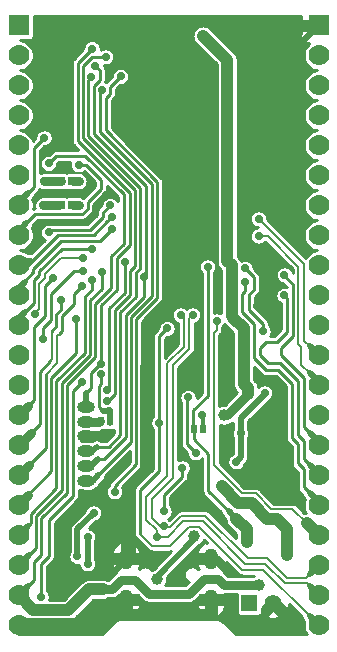
<source format=gbr>
G04 #@! TF.GenerationSoftware,KiCad,Pcbnew,5.1.6-c6e7f7d~87~ubuntu18.04.1*
G04 #@! TF.CreationDate,2020-11-11T15:50:36+02:00*
G04 #@! TF.ProjectId,ESP32-S2-DevKit-USB_Rev_B,45535033-322d-4533-922d-4465764b6974,B*
G04 #@! TF.SameCoordinates,Original*
G04 #@! TF.FileFunction,Copper,L2,Bot*
G04 #@! TF.FilePolarity,Positive*
%FSLAX46Y46*%
G04 Gerber Fmt 4.6, Leading zero omitted, Abs format (unit mm)*
G04 Created by KiCad (PCBNEW 5.1.6-c6e7f7d~87~ubuntu18.04.1) date 2020-11-11 15:50:36*
%MOMM*%
%LPD*%
G01*
G04 APERTURE LIST*
G04 #@! TA.AperFunction,ComponentPad*
%ADD10C,1.778000*%
G04 #@! TD*
G04 #@! TA.AperFunction,ComponentPad*
%ADD11R,1.778000X1.778000*%
G04 #@! TD*
G04 #@! TA.AperFunction,ComponentPad*
%ADD12C,1.400000*%
G04 #@! TD*
G04 #@! TA.AperFunction,ComponentPad*
%ADD13R,1.400000X1.400000*%
G04 #@! TD*
G04 #@! TA.AperFunction,ComponentPad*
%ADD14O,1.200000X1.800000*%
G04 #@! TD*
G04 #@! TA.AperFunction,SMDPad,CuDef*
%ADD15R,0.508000X0.762000*%
G04 #@! TD*
G04 #@! TA.AperFunction,ViaPad*
%ADD16C,0.500000*%
G04 #@! TD*
G04 #@! TA.AperFunction,ComponentPad*
%ADD17O,1.500000X1.000000*%
G04 #@! TD*
G04 #@! TA.AperFunction,ViaPad*
%ADD18C,1.000000*%
G04 #@! TD*
G04 #@! TA.AperFunction,ViaPad*
%ADD19C,0.700000*%
G04 #@! TD*
G04 #@! TA.AperFunction,Conductor*
%ADD20C,0.508000*%
G04 #@! TD*
G04 #@! TA.AperFunction,Conductor*
%ADD21C,1.016000*%
G04 #@! TD*
G04 #@! TA.AperFunction,Conductor*
%ADD22C,0.254000*%
G04 #@! TD*
G04 #@! TA.AperFunction,Conductor*
%ADD23C,0.762000*%
G04 #@! TD*
G04 #@! TA.AperFunction,Conductor*
%ADD24C,0.203200*%
G04 #@! TD*
G04 #@! TA.AperFunction,Conductor*
%ADD25C,1.524000*%
G04 #@! TD*
G04 #@! TA.AperFunction,Conductor*
%ADD26C,0.304800*%
G04 #@! TD*
G04 APERTURE END LIST*
D10*
X156210000Y-118110000D03*
X156210000Y-74930000D03*
X156210000Y-72390000D03*
X156210000Y-69850000D03*
D11*
X156210000Y-67310000D03*
D10*
X156210000Y-77470000D03*
X156210000Y-80010000D03*
X156210000Y-85090000D03*
X156210000Y-82550000D03*
X156210000Y-87630000D03*
X156210000Y-90170000D03*
X156210000Y-95250000D03*
X156210000Y-92710000D03*
X156210000Y-97790000D03*
X156210000Y-100330000D03*
X156210000Y-105410000D03*
X156210000Y-102870000D03*
X156210000Y-113030000D03*
X156210000Y-115570000D03*
X156210000Y-110490000D03*
X156210000Y-107950000D03*
D12*
X152384760Y-116222780D03*
D13*
X150355300Y-116225320D03*
D14*
X139910000Y-115947000D03*
X139910000Y-112477000D03*
X147110000Y-112477000D03*
X147110000Y-115947000D03*
D15*
X135255000Y-82550000D03*
X134493000Y-82550000D03*
X135255000Y-80518000D03*
X134493000Y-80518000D03*
D10*
X130810000Y-118110000D03*
X130810000Y-74930000D03*
X130810000Y-72390000D03*
X130810000Y-69850000D03*
D11*
X130810000Y-67310000D03*
D10*
X130810000Y-77470000D03*
X130810000Y-80010000D03*
X130810000Y-85090000D03*
X130810000Y-82550000D03*
X130810000Y-87630000D03*
X130810000Y-90170000D03*
X130810000Y-95250000D03*
X130810000Y-92710000D03*
X130810000Y-97790000D03*
X130810000Y-100330000D03*
X130810000Y-105410000D03*
X130810000Y-102870000D03*
X130810000Y-113030000D03*
X130810000Y-115570000D03*
X130810000Y-110490000D03*
X130810000Y-107950000D03*
D13*
X142320000Y-75234000D03*
D16*
X141570000Y-73734000D03*
X143070000Y-73734000D03*
X140820000Y-74484000D03*
X143820000Y-74484000D03*
X140820000Y-75984000D03*
X143820000Y-75984000D03*
X141570000Y-76734000D03*
X143070000Y-76734000D03*
D15*
X146431000Y-101473000D03*
X145669000Y-101473000D03*
D17*
X136525000Y-105868000D03*
X136525000Y-104618000D03*
X136525000Y-103368000D03*
X136525000Y-102118000D03*
X136525000Y-100868000D03*
X136525000Y-99618000D03*
D15*
X137795000Y-100838000D03*
X138557000Y-100838000D03*
D18*
X151130000Y-114681000D03*
X153543000Y-112141000D03*
D19*
X133350002Y-78993998D03*
D18*
X152654000Y-109093000D03*
X137795000Y-115062000D03*
X136779000Y-115062000D03*
X147999452Y-106352994D03*
X143510000Y-117221000D03*
X154432000Y-118236598D03*
D19*
X134747000Y-114554000D03*
X135763000Y-114554000D03*
X133629400Y-66929000D03*
D18*
X137795000Y-66929000D03*
X139700000Y-66929000D03*
D19*
X135890000Y-66929000D03*
D18*
X141605000Y-66929000D03*
X145415000Y-66929000D03*
X149225000Y-66929000D03*
X147320000Y-66929000D03*
X143510000Y-66929000D03*
D19*
X151130000Y-66929000D03*
X132334000Y-70739000D03*
X132905500Y-81534000D03*
X152780981Y-91059000D03*
X151892000Y-91059000D03*
D18*
X149860000Y-76200000D03*
D19*
X131826000Y-86360000D03*
X137033000Y-80822800D03*
X133096000Y-77978000D03*
X138557000Y-81534000D03*
D18*
X149860000Y-78740000D03*
X151892000Y-118236598D03*
X149352000Y-118236598D03*
X146685000Y-76200000D03*
X146685000Y-78740000D03*
X146685000Y-81280000D03*
X149860000Y-81280000D03*
X146685000Y-83820000D03*
X149860000Y-83820000D03*
X149860000Y-86360000D03*
X146685000Y-86360000D03*
X144780000Y-86360000D03*
X144780000Y-83820000D03*
X144780000Y-81280000D03*
X144780000Y-78740000D03*
X146685000Y-74930000D03*
X149860000Y-74930000D03*
X149860000Y-77470000D03*
X146685000Y-77470000D03*
X144780000Y-80010000D03*
X146685000Y-80010000D03*
X149860000Y-80010000D03*
X144780000Y-82550000D03*
X146685000Y-82550000D03*
X146685000Y-85090000D03*
X144780000Y-85090000D03*
X149860000Y-82550000D03*
X149860000Y-85090000D03*
X145415000Y-72390000D03*
X144145000Y-72390000D03*
X142875000Y-72390000D03*
X141605000Y-72390000D03*
X140335000Y-72390000D03*
X139700000Y-74295000D03*
X139700000Y-75565000D03*
X142875000Y-78740000D03*
D19*
X151003000Y-91059000D03*
X149225000Y-104267000D03*
X145796000Y-104902000D03*
X151638000Y-98425000D03*
X148717000Y-93980000D03*
X136525000Y-83947000D03*
X153924000Y-70358000D03*
X140416790Y-108331000D03*
D18*
X144206782Y-107569000D03*
D19*
X136144000Y-106934000D03*
X149606000Y-101854000D03*
X141859000Y-96012000D03*
D18*
X146431000Y-68199000D03*
X148209000Y-100330000D03*
D19*
X148971000Y-92075000D03*
D18*
X150241000Y-98552000D03*
D19*
X137820799Y-96854429D03*
X138486798Y-99998549D03*
X137160000Y-108585000D03*
X135763000Y-112268000D03*
X134366000Y-90551000D03*
X133759814Y-88684250D03*
X136144000Y-89408000D03*
X149987000Y-89079988D03*
X153289000Y-90170000D03*
X132969000Y-76832092D03*
X137858500Y-88201500D03*
X133350000Y-84836000D03*
X138557000Y-82550000D03*
D18*
X149225000Y-109093000D03*
D19*
X146812000Y-87757000D03*
D18*
X150114000Y-111015410D03*
D19*
X132905500Y-82550000D03*
X132963412Y-80509789D03*
X135890000Y-82550000D03*
X138760332Y-84523460D03*
X151511000Y-93218000D03*
X149987000Y-87884000D03*
X137287000Y-70738992D03*
X141407423Y-88582638D03*
X137029568Y-69280813D03*
X137820799Y-95951216D03*
X135636000Y-92202000D03*
X137033000Y-88900000D03*
X136947135Y-71713999D03*
X137865624Y-72763930D03*
X136271000Y-88138000D03*
X132842000Y-93853000D03*
X137033000Y-86233008D03*
X132180527Y-91712880D03*
X136270998Y-86995000D03*
X135890000Y-80518000D03*
X138684000Y-83566000D03*
X135890000Y-79121000D03*
X143383000Y-92964000D03*
X142693887Y-100965000D03*
X138176000Y-69977000D03*
X138285518Y-99118051D03*
X151130000Y-83693000D03*
X151130000Y-85153500D03*
X153314400Y-88442800D03*
X143129000Y-108458000D03*
X144653000Y-104775000D03*
X144526000Y-91821000D03*
X142494000Y-110617000D03*
X145542000Y-91821000D03*
X143129000Y-109728000D03*
X152019000Y-104521000D03*
X152273000Y-106299000D03*
X153416000Y-106299000D03*
X151130000Y-106299000D03*
X150749000Y-104140000D03*
X150749000Y-102997000D03*
X150749000Y-101854000D03*
X153162000Y-104521000D03*
X153416000Y-107315000D03*
X146366841Y-100284786D03*
X139446000Y-71628000D03*
X138938000Y-106807000D03*
D18*
X142494000Y-114173000D03*
X145669000Y-110558232D03*
D19*
X136652000Y-110617000D03*
X136652000Y-112903000D03*
X147574000Y-92329000D03*
X139785618Y-87376000D03*
X138285420Y-98214840D03*
X132715000Y-115697000D03*
X136181267Y-97481174D03*
X145796000Y-103505000D03*
X145161000Y-98806000D03*
D20*
X130810000Y-115570000D02*
X131572000Y-114808000D01*
D21*
X153543000Y-109982000D02*
X152654000Y-109093000D01*
X153543000Y-112141000D02*
X153543000Y-109982000D01*
X137922000Y-115062000D02*
X136779000Y-115062000D01*
X132054579Y-116814579D02*
X130810000Y-115570000D01*
X135026421Y-116814579D02*
X132054579Y-116814579D01*
X136779000Y-115062000D02*
X135026421Y-116814579D01*
X151885512Y-109093000D02*
X150539323Y-107746811D01*
X152654000Y-109093000D02*
X151885512Y-109093000D01*
X150539323Y-107746811D02*
X149393269Y-107746811D01*
X149393269Y-107746811D02*
X147999452Y-106352994D01*
D22*
X133985000Y-78359000D02*
X133350002Y-78993998D01*
X139700000Y-85808327D02*
X139700000Y-81603557D01*
X138648206Y-89547608D02*
X138648206Y-86860121D01*
X134924791Y-97775686D02*
X137312422Y-95388055D01*
X132080000Y-114300000D02*
X132080000Y-112776000D01*
X132740422Y-109055986D02*
X134924791Y-106871618D01*
X132080000Y-112776000D02*
X132740422Y-112115578D01*
X136455443Y-78359000D02*
X133985000Y-78359000D01*
X139700000Y-81603557D02*
X136455443Y-78359000D01*
X138648206Y-86860121D02*
X139700000Y-85808327D01*
X132740422Y-112115578D02*
X132740422Y-109055986D01*
X137312422Y-90883392D02*
X138648206Y-89547608D01*
X137312422Y-95388055D02*
X137312422Y-90883392D01*
X131572000Y-114808000D02*
X132080000Y-114300000D01*
X134924791Y-106871618D02*
X134924791Y-97775686D01*
D23*
X148209000Y-114681000D02*
X151130000Y-114681000D01*
X146526250Y-114173000D02*
X147701000Y-114173000D01*
X138684000Y-115062000D02*
X139509500Y-114236500D01*
X137922000Y-115062000D02*
X138684000Y-115062000D01*
X139509500Y-114236500D02*
X140652500Y-114236500D01*
X140652500Y-114236500D02*
X141859000Y-115443000D01*
X141859000Y-115443000D02*
X145256250Y-115443000D01*
X147701000Y-114173000D02*
X148209000Y-114681000D01*
X145256250Y-115443000D02*
X146526250Y-114173000D01*
D21*
X139954000Y-116205000D02*
X139954000Y-115951000D01*
X139065000Y-117094000D02*
X139954000Y-116205000D01*
X141605000Y-117221000D02*
X140462000Y-117221000D01*
X139065000Y-117221000D02*
X139065000Y-117094000D01*
X140462000Y-117221000D02*
X139065000Y-117221000D01*
X147066000Y-117221000D02*
X147066000Y-115951000D01*
X146558000Y-117221000D02*
X147066000Y-117221000D01*
X141605000Y-117221000D02*
X146558000Y-117221000D01*
X137541000Y-118427500D02*
X137541000Y-118110000D01*
X137604500Y-118491000D02*
X137541000Y-118427500D01*
X139065000Y-117094000D02*
X137668000Y-118491000D01*
X137668000Y-118491000D02*
X137604500Y-118491000D01*
X142320000Y-67644000D02*
X141605000Y-66929000D01*
X142320000Y-75234000D02*
X142320000Y-67644000D01*
D23*
X136321800Y-81534000D02*
X132905500Y-81534000D01*
X137033000Y-80822800D02*
X136321800Y-81534000D01*
D20*
X133629400Y-70739000D02*
X132334000Y-70739000D01*
D23*
X147110000Y-112477000D02*
X147529000Y-112477000D01*
X147529000Y-112477000D02*
X148463000Y-113411000D01*
X149860000Y-85979000D02*
X149860000Y-76200000D01*
X151892000Y-91059000D02*
X151892000Y-88011000D01*
X151892000Y-88011000D02*
X149860000Y-85979000D01*
D20*
X133629400Y-66929000D02*
X133629400Y-70739000D01*
X133445999Y-77628001D02*
X133096000Y-77978000D01*
X133858000Y-77216000D02*
X133445999Y-77628001D01*
X133604000Y-70739000D02*
X133858000Y-70993000D01*
X133858000Y-70993000D02*
X133858000Y-77216000D01*
X142320000Y-78185000D02*
X142320000Y-75234000D01*
X143510000Y-79375000D02*
X142320000Y-78185000D01*
X143510000Y-86106000D02*
X143510000Y-79375000D01*
X145034000Y-87630000D02*
X143510000Y-86106000D01*
D24*
X137033000Y-80822800D02*
X137033000Y-80518000D01*
X137033000Y-80518000D02*
X136321800Y-79806800D01*
X136321800Y-79806800D02*
X135483600Y-79806800D01*
X135483600Y-79806800D02*
X135255000Y-79578200D01*
D21*
X139910000Y-112439000D02*
X139910000Y-112477000D01*
D25*
X130810000Y-118110000D02*
X130987790Y-118287790D01*
X137490210Y-118287790D02*
X137541010Y-118236990D01*
X130987790Y-118287790D02*
X137490210Y-118287790D01*
D20*
X153924000Y-70358000D02*
X153924000Y-69596000D01*
X153924000Y-69596000D02*
X156210000Y-67310000D01*
D21*
X139910000Y-112477000D02*
X140208000Y-112179000D01*
D20*
X140335000Y-108331000D02*
X140208000Y-108204000D01*
X140416790Y-108331000D02*
X140335000Y-108331000D01*
D21*
X140208000Y-112179000D02*
X140208000Y-108204000D01*
D23*
X145796000Y-105979782D02*
X144206782Y-107569000D01*
X145796000Y-104902000D02*
X145796000Y-105979782D01*
D20*
X139953999Y-112522000D02*
X139954000Y-112522000D01*
X139910000Y-112565999D02*
X139910000Y-112477000D01*
X138556999Y-113919000D02*
X139910000Y-112565999D01*
X136350493Y-113919000D02*
X138556999Y-113919000D01*
X135763000Y-114554000D02*
X135763000Y-114506493D01*
X135763000Y-114506493D02*
X136350493Y-113919000D01*
X138340774Y-81534000D02*
X138557000Y-81534000D01*
X137287021Y-82587753D02*
X138340774Y-81534000D01*
X132482011Y-85703989D02*
X132482011Y-84297157D01*
X137287021Y-83184979D02*
X137287021Y-82587753D01*
X131826000Y-86360000D02*
X132482011Y-85703989D01*
X132482011Y-84297157D02*
X132832147Y-83947021D01*
X132832147Y-83947021D02*
X136524979Y-83947021D01*
X136524979Y-83947021D02*
X137287021Y-83184979D01*
D22*
X136144000Y-106934000D02*
X136906000Y-107696000D01*
X139827000Y-107696000D02*
X140208000Y-107315000D01*
X136906000Y-107696000D02*
X139827000Y-107696000D01*
D21*
X140208000Y-108204000D02*
X140208000Y-107315000D01*
D20*
X149606000Y-103886000D02*
X149225000Y-104267000D01*
X149606000Y-100584000D02*
X149606000Y-103886000D01*
X151638000Y-98425000D02*
X151638000Y-98552000D01*
X151638000Y-98552000D02*
X149606000Y-100584000D01*
D21*
X141859000Y-92329000D02*
X141859000Y-96012000D01*
X145034000Y-89154000D02*
X141859000Y-92329000D01*
X145034000Y-87630000D02*
X145034000Y-89154000D01*
X140208000Y-107315000D02*
X140208000Y-106341408D01*
X140208000Y-106341408D02*
X141632677Y-104916731D01*
X141632677Y-96238323D02*
X141859000Y-96012000D01*
X141632677Y-104916731D02*
X141632677Y-96238323D01*
X148971000Y-92075000D02*
X149860000Y-92964000D01*
D23*
X148463000Y-100330000D02*
X148209000Y-100330000D01*
X150241000Y-98552000D02*
X148463000Y-100330000D01*
D21*
X150241000Y-98044000D02*
X149860000Y-97663000D01*
X150241000Y-98552000D02*
X150241000Y-98044000D01*
X149860000Y-92964000D02*
X149860000Y-97663000D01*
X148844000Y-91948000D02*
X148844000Y-87630000D01*
X148971000Y-92075000D02*
X148844000Y-91948000D01*
X148844000Y-87630000D02*
X148463000Y-87249000D01*
X148463000Y-70231000D02*
X146431000Y-68199000D01*
X148463000Y-87249000D02*
X148463000Y-70231000D01*
D20*
X138437249Y-99949000D02*
X138486798Y-99998549D01*
X137922000Y-99949000D02*
X138437249Y-99949000D01*
X138557000Y-100068751D02*
X138486798Y-99998549D01*
X138557000Y-100965000D02*
X138557000Y-100068751D01*
D22*
X137922000Y-99949000D02*
X137605210Y-99632210D01*
X137820799Y-96854429D02*
X137820799Y-97638621D01*
X137820799Y-97638621D02*
X137605210Y-97854210D01*
X137605210Y-99632210D02*
X137605210Y-97854210D01*
D20*
X135763000Y-109982000D02*
X135763000Y-112268000D01*
X137160000Y-108585000D02*
X135763000Y-109982000D01*
D24*
X133654800Y-95580200D02*
X133477000Y-95758000D01*
X133654800Y-93167200D02*
X133654800Y-95580200D01*
D22*
X134016001Y-92805999D02*
X133654800Y-93167200D01*
X134016001Y-91789999D02*
X134016001Y-92805999D01*
X134366000Y-91440000D02*
X134016001Y-91789999D01*
X134366000Y-90551000D02*
X134366000Y-91440000D01*
X132588012Y-96646988D02*
X133477000Y-95758000D01*
X132588012Y-101091988D02*
X132588012Y-96646988D01*
X131826000Y-101854000D02*
X132588012Y-101091988D01*
D23*
X130810000Y-102870000D02*
X131826000Y-101854000D01*
D22*
X133409815Y-89034249D02*
X133759814Y-88684250D01*
X133045223Y-89398841D02*
X133409815Y-89034249D01*
X133045223Y-91893021D02*
X133045223Y-89398841D01*
X132080000Y-92858244D02*
X133045223Y-91893021D01*
X131572000Y-99568000D02*
X132080000Y-99060000D01*
X132080000Y-99060000D02*
X132080000Y-92858244D01*
D23*
X130810000Y-100330000D02*
X131572000Y-99568000D01*
D24*
X134061200Y-93649800D02*
X134239000Y-93472000D01*
X134061200Y-95935800D02*
X134061200Y-93649800D01*
X133095947Y-96901053D02*
X134061200Y-95935800D01*
D22*
X135509000Y-90043000D02*
X136144000Y-89408000D01*
X135509000Y-90943592D02*
X135509000Y-90043000D01*
X134493000Y-91959592D02*
X135509000Y-90943592D01*
X134239000Y-93472000D02*
X134493000Y-93218000D01*
X134493000Y-93218000D02*
X134493000Y-91959592D01*
X133095947Y-103124053D02*
X133095947Y-96901053D01*
X131699000Y-104521000D02*
X133095947Y-103124053D01*
D23*
X130810000Y-105410000D02*
X131699000Y-104521000D01*
D20*
X156210000Y-107950000D02*
X156210000Y-107696000D01*
X156210000Y-107696000D02*
X155448000Y-106934000D01*
D22*
X154432000Y-104394000D02*
X154940000Y-104902000D01*
X154432000Y-102743000D02*
X154432000Y-104394000D01*
X151765000Y-96520000D02*
X152781000Y-96520000D01*
X154940000Y-106426000D02*
X155448000Y-106934000D01*
X149733000Y-90043000D02*
X149733000Y-91567000D01*
X153923978Y-102234978D02*
X154432000Y-102743000D01*
X154940000Y-104902000D02*
X154940000Y-106426000D01*
X153923978Y-97662978D02*
X153923978Y-102234978D01*
X149987000Y-89079988D02*
X149987000Y-89789000D01*
X149733000Y-91567000D02*
X150749000Y-92583000D01*
X149987000Y-89789000D02*
X149733000Y-90043000D01*
X150749000Y-92583000D02*
X150749000Y-95504000D01*
X150749000Y-95504000D02*
X151765000Y-96520000D01*
X152781000Y-96520000D02*
X153923978Y-97662978D01*
D20*
X156210000Y-105410000D02*
X156210000Y-105283000D01*
X156210000Y-105283000D02*
X155448000Y-104521000D01*
D22*
X154940000Y-104013000D02*
X155448000Y-104521000D01*
X154940000Y-102489000D02*
X154940000Y-104013000D01*
X154431988Y-101980988D02*
X154940000Y-102489000D01*
X151765000Y-94107000D02*
X151257000Y-94615000D01*
X152908000Y-95885000D02*
X154431988Y-97408988D01*
X151257000Y-94615000D02*
X151257000Y-95250000D01*
X152654000Y-94107000D02*
X151765000Y-94107000D01*
X153511991Y-93249009D02*
X152654000Y-94107000D01*
X151257000Y-95250000D02*
X151892000Y-95885000D01*
X151892000Y-95885000D02*
X152908000Y-95885000D01*
X153511991Y-90392991D02*
X153511991Y-93249009D01*
X153289000Y-90170000D02*
X153511991Y-90392991D01*
X154431988Y-97408988D02*
X154431988Y-101980988D01*
D20*
X130810000Y-82296000D02*
X131572000Y-81534000D01*
X130810000Y-82550000D02*
X130810000Y-82296000D01*
D22*
X132080000Y-77721092D02*
X132080000Y-81026000D01*
X132969000Y-76832092D02*
X132080000Y-77721092D01*
X132080000Y-81026000D02*
X131572000Y-81534000D01*
D20*
X130810000Y-113030000D02*
X131699000Y-112141000D01*
D22*
X136855211Y-95198673D02*
X136855211Y-90601789D01*
X136855211Y-90601789D02*
X137858500Y-89598500D01*
X137858500Y-89598500D02*
X137858500Y-88201500D01*
X134467580Y-106682236D02*
X134467580Y-97586304D01*
X132283211Y-111556789D02*
X132283212Y-108866603D01*
X132283212Y-108866603D02*
X134467580Y-106682236D01*
X134467580Y-97586304D02*
X136855211Y-95198673D01*
X131699000Y-112141000D02*
X132283211Y-111556789D01*
D21*
X150355300Y-116225320D02*
X150368000Y-116238020D01*
D20*
X150355300Y-116225320D02*
X150355300Y-116090700D01*
D22*
X133558799Y-84627201D02*
X133350000Y-84836000D01*
X136851497Y-84627201D02*
X133558799Y-84627201D01*
X137922032Y-83556666D02*
X136851497Y-84627201D01*
X138557000Y-82550000D02*
X137922032Y-83184968D01*
X137922032Y-83184968D02*
X137922032Y-83556666D01*
X146812000Y-92573698D02*
X146812000Y-87757000D01*
X145595081Y-99879844D02*
X146812000Y-98662925D01*
X145669000Y-101473000D02*
X145595081Y-101399081D01*
X146812000Y-98662925D02*
X146812000Y-92573698D01*
X145595081Y-101399081D02*
X145595081Y-99879844D01*
D21*
X150114000Y-109982000D02*
X150114000Y-111015410D01*
X149225000Y-109093000D02*
X150114000Y-109982000D01*
D22*
X146888189Y-103581189D02*
X146888189Y-106756189D01*
X145669000Y-101473000D02*
X145669000Y-102362000D01*
X145669000Y-102362000D02*
X146888189Y-103581189D01*
D20*
X149225000Y-109093000D02*
X148590000Y-108458000D01*
D22*
X146888189Y-106756189D02*
X148590000Y-108458000D01*
D23*
X132905500Y-82550000D02*
X134239000Y-82550000D01*
D20*
X134493000Y-82550000D02*
X134239000Y-82550000D01*
X134493000Y-80518000D02*
X134366000Y-80518000D01*
D23*
X134357789Y-80509789D02*
X132963412Y-80509789D01*
X134366000Y-80518000D02*
X134357789Y-80509789D01*
X135382000Y-82550000D02*
X135890000Y-82550000D01*
D20*
X130810000Y-89535000D02*
X131318000Y-89027000D01*
X130810000Y-90170000D02*
X130810000Y-89535000D01*
D22*
X131318000Y-89027000D02*
X131318000Y-88943564D01*
X132063590Y-88197974D02*
X132063590Y-87935231D01*
X132063590Y-87935231D02*
X134446029Y-85552792D01*
X137731000Y-85552792D02*
X138760332Y-84523460D01*
X134446029Y-85552792D02*
X137731000Y-85552792D01*
X131318000Y-88943564D02*
X132063590Y-88197974D01*
X151511000Y-92583000D02*
X151511000Y-93218000D01*
X150317211Y-91389211D02*
X151511000Y-92583000D01*
X150317211Y-90105382D02*
X150317211Y-91389211D01*
X150749000Y-89673593D02*
X150317211Y-90105382D01*
X149987000Y-87884000D02*
X150749000Y-88646000D01*
X150749000Y-88646000D02*
X150749000Y-89673593D01*
X141407423Y-88335577D02*
X141630422Y-88112578D01*
X141407423Y-88582638D02*
X141407423Y-88335577D01*
X141630422Y-88359639D02*
X141407423Y-88582638D01*
X141630422Y-88112578D02*
X141630422Y-88359639D01*
D20*
X136525000Y-104618000D02*
X136936000Y-104618000D01*
X136936000Y-104618000D02*
X137541000Y-104013000D01*
D22*
X139880044Y-91802734D02*
X141407423Y-90275355D01*
X139880044Y-102193549D02*
X139880044Y-91802734D01*
X137541000Y-104013000D02*
X138060593Y-104013000D01*
X141407423Y-90275355D02*
X141407423Y-88582638D01*
X138060593Y-104013000D02*
X139880044Y-102193549D01*
X137668000Y-71955098D02*
X137185422Y-72437676D01*
X137185422Y-72437676D02*
X137185422Y-76502608D01*
X137185422Y-76502608D02*
X141630422Y-80947608D01*
X137287000Y-70738992D02*
X137668000Y-71119992D01*
X137668000Y-71119992D02*
X137668000Y-71955098D01*
X141630422Y-80947608D02*
X141630422Y-88112578D01*
D20*
X136525000Y-99618000D02*
X136525000Y-98425000D01*
D22*
X137717312Y-95951216D02*
X137820799Y-95951216D01*
X136906000Y-96762528D02*
X137717312Y-95951216D01*
X136525000Y-98425000D02*
X136906000Y-98044000D01*
X136906000Y-98044000D02*
X136906000Y-96762528D01*
X139105417Y-89736990D02*
X137820799Y-91021608D01*
X140208000Y-85946920D02*
X139105417Y-87049503D01*
X135809723Y-77066688D02*
X140208000Y-81464965D01*
X137029568Y-69280813D02*
X135809723Y-70500658D01*
X139105417Y-87049503D02*
X139105417Y-89736990D01*
X135809723Y-70500658D02*
X135809723Y-77066688D01*
X140208000Y-81464965D02*
X140208000Y-85946920D01*
X137820799Y-91021608D02*
X137820799Y-95951216D01*
D23*
X130810000Y-107823000D02*
X131572000Y-107061000D01*
X130810000Y-107950000D02*
X130810000Y-107823000D01*
D22*
X133553158Y-97169920D02*
X135636000Y-95087078D01*
X135636000Y-95087078D02*
X135636000Y-92202000D01*
X133553158Y-105079842D02*
X133553158Y-97169920D01*
X131572000Y-107061000D02*
X133553158Y-105079842D01*
D20*
X130810000Y-110490000D02*
X131572000Y-109728000D01*
D22*
X137033000Y-89662000D02*
X137033000Y-88900000D01*
X136398000Y-95009291D02*
X136398000Y-90297000D01*
X131826000Y-108677223D02*
X134010369Y-106492854D01*
X134010369Y-106492854D02*
X134010369Y-97396922D01*
X131826000Y-109474000D02*
X131826000Y-108677223D01*
X131572000Y-109728000D02*
X131826000Y-109474000D01*
X136398000Y-90297000D02*
X137033000Y-89662000D01*
X134010369Y-97396922D02*
X136398000Y-95009291D01*
D20*
X137043000Y-103368000D02*
X137414000Y-102997000D01*
X136525000Y-103368000D02*
X137043000Y-103368000D01*
D22*
X139422833Y-91613352D02*
X140727221Y-90308964D01*
X141122422Y-87860939D02*
X141122422Y-81086201D01*
X138430000Y-102997000D02*
X139422833Y-102004167D01*
X136728211Y-76691989D02*
X136728211Y-71932923D01*
X139422833Y-102004167D02*
X139422833Y-91613352D01*
X140727221Y-88256140D02*
X141122422Y-87860939D01*
X140727221Y-90308964D02*
X140727221Y-88256140D01*
X136728211Y-71932923D02*
X136947135Y-71713999D01*
X141122422Y-81086201D02*
X136728211Y-76691989D01*
X137414000Y-102997000D02*
X138430000Y-102997000D01*
D20*
X137083000Y-105868000D02*
X137541000Y-105410000D01*
X136271000Y-105868000D02*
X137083000Y-105868000D01*
D22*
X140337255Y-102613745D02*
X140337255Y-91992116D01*
X142087633Y-90241738D02*
X142087633Y-80758226D01*
X137668000Y-72961554D02*
X137865624Y-72763930D01*
X137541000Y-105410000D02*
X140337255Y-102613745D01*
X140337255Y-91992116D02*
X142087633Y-90241738D01*
X137668000Y-76338593D02*
X137668000Y-72961554D01*
X142087633Y-80758226D02*
X137668000Y-76338593D01*
X135486672Y-88138000D02*
X136271000Y-88138000D01*
X132842000Y-93853000D02*
X132842000Y-92964000D01*
X132842000Y-92964000D02*
X133553234Y-92252766D01*
X133553234Y-90071438D02*
X135486672Y-88138000D01*
X133553234Y-92252766D02*
X133553234Y-90071438D01*
D20*
X130810000Y-92710000D02*
X130810000Y-92075000D01*
X130810000Y-92075000D02*
X131318000Y-91567000D01*
D22*
X131318000Y-91567000D02*
X132080010Y-90804990D01*
X132080010Y-88899990D02*
X132571601Y-88408399D01*
X132080010Y-90804990D02*
X132080010Y-88899990D01*
X134484249Y-86233008D02*
X137033000Y-86233008D01*
X132571601Y-88145656D02*
X134484249Y-86233008D01*
X132571601Y-88408399D02*
X132571601Y-88145656D01*
D24*
X132180527Y-91712880D02*
X132562612Y-91330795D01*
X132562612Y-91330795D02*
X132562612Y-89198937D01*
X134404772Y-86995000D02*
X136270998Y-86995000D01*
X133054212Y-88345560D02*
X134404772Y-86995000D01*
X132562612Y-89198937D02*
X133054212Y-88707337D01*
X133054212Y-88707337D02*
X133054212Y-88345560D01*
D20*
X135255000Y-80518000D02*
X135382000Y-80518000D01*
D23*
X135382000Y-80518000D02*
X135890000Y-80518000D01*
D20*
X130810000Y-87630000D02*
X131191000Y-87249000D01*
X131191000Y-87249000D02*
X131826000Y-87249000D01*
X131826000Y-87249000D02*
X131318000Y-87757000D01*
X131318000Y-87757000D02*
X130810000Y-87757000D01*
D22*
X138334001Y-83915999D02*
X138684000Y-83566000D01*
X137159957Y-85090043D02*
X138334001Y-83915999D01*
X134133739Y-85090043D02*
X137159957Y-85090043D01*
X131826000Y-87249000D02*
X131974782Y-87249000D01*
X131974782Y-87249000D02*
X134133739Y-85090043D01*
D20*
X130810000Y-85090000D02*
X130810000Y-84709000D01*
X130810000Y-84709000D02*
X131445000Y-84074000D01*
D22*
X136384974Y-79121000D02*
X135890000Y-79121000D01*
X136525000Y-79121000D02*
X136384974Y-79121000D01*
X137795000Y-80391000D02*
X136525000Y-79121000D01*
X132206990Y-83312010D02*
X136205634Y-83312010D01*
X131445000Y-84074000D02*
X132206990Y-83312010D01*
X136205634Y-83312010D02*
X136652010Y-82865634D01*
X136652010Y-82865634D02*
X136652010Y-82287107D01*
X136652010Y-82287107D02*
X137795000Y-81144117D01*
X137795000Y-81144117D02*
X137795000Y-80391000D01*
D20*
X156210000Y-118110000D02*
X155448000Y-117348000D01*
D24*
X142113000Y-111379000D02*
X141097000Y-110363000D01*
X146075422Y-109753422D02*
X145262578Y-109753422D01*
X155448000Y-117348000D02*
X151511000Y-113411000D01*
X149733000Y-113411000D02*
X146075422Y-109753422D01*
X145262578Y-109753422D02*
X143637000Y-111379000D01*
X151511000Y-113411000D02*
X149733000Y-113411000D01*
X143637000Y-111379000D02*
X142113000Y-111379000D01*
D22*
X142693887Y-105040930D02*
X142693887Y-100965000D01*
X142697210Y-100961677D02*
X142693887Y-100965000D01*
X141097000Y-110363000D02*
X141097000Y-106637817D01*
X143383000Y-92964000D02*
X142697210Y-93649790D01*
X141097000Y-106637817D02*
X142693887Y-105040930D01*
X142697210Y-93649790D02*
X142697210Y-100961677D01*
X138965622Y-91423970D02*
X138965622Y-98524378D01*
X140270010Y-88066758D02*
X140270010Y-90119582D01*
X137044592Y-69977000D02*
X136266934Y-70754658D01*
X138965622Y-98524378D02*
X138371949Y-99118051D01*
X138176000Y-69977000D02*
X137044592Y-69977000D01*
X136266934Y-70754658D02*
X136266934Y-76877306D01*
X138371949Y-99118051D02*
X138285518Y-99118051D01*
X140665211Y-87671557D02*
X140270010Y-88066758D01*
X136266934Y-76877306D02*
X140665211Y-81275583D01*
X140270010Y-90119582D02*
X138965622Y-91423970D01*
X140665211Y-81275583D02*
X140665211Y-87671557D01*
D20*
X156210000Y-95250000D02*
X155448000Y-94488000D01*
D24*
X154959823Y-87522823D02*
X151130000Y-83693000D01*
X154959823Y-93999823D02*
X154959823Y-87522823D01*
X155448000Y-94488000D02*
X154959823Y-93999823D01*
D20*
X156210000Y-97790000D02*
X156210000Y-97536000D01*
X156210000Y-97536000D02*
X155448000Y-96774000D01*
D24*
X155448000Y-96774000D02*
X154736789Y-96062789D01*
X154736789Y-96062789D02*
X154736789Y-94538789D01*
X154736789Y-94538789D02*
X154502612Y-94304612D01*
X151892000Y-85153500D02*
X151130000Y-85153500D01*
X154502612Y-87764112D02*
X151892000Y-85153500D01*
X154502612Y-94304612D02*
X154502612Y-87764112D01*
D20*
X156210000Y-102870000D02*
X156210000Y-102616000D01*
X156210000Y-102616000D02*
X155448000Y-101854000D01*
D22*
X154940000Y-101346000D02*
X154939998Y-101345998D01*
X155448000Y-101854000D02*
X154939998Y-101345998D01*
X154939998Y-97154998D02*
X154939998Y-101345998D01*
X153035000Y-94615000D02*
X153035000Y-95250000D01*
X153314400Y-88442800D02*
X153314400Y-88544400D01*
X153314400Y-88544400D02*
X154020001Y-89250001D01*
X154020001Y-89250001D02*
X154020001Y-93629999D01*
X153035000Y-95250000D02*
X154939998Y-97154998D01*
X154020001Y-93629999D02*
X153035000Y-94615000D01*
X143129000Y-108458000D02*
X143129000Y-107061000D01*
X143129000Y-107061000D02*
X144653000Y-105537000D01*
X144653000Y-105537000D02*
X144653000Y-104775000D01*
D20*
X156210000Y-115570000D02*
X155448000Y-114808000D01*
D24*
X144805400Y-92100400D02*
X144526000Y-91821000D01*
X144805400Y-94520310D02*
X144805400Y-92100400D01*
X143408400Y-95917310D02*
X144805400Y-94520310D01*
X143408400Y-105442310D02*
X143408400Y-95917310D01*
X141630400Y-109187690D02*
X141630400Y-107220310D01*
X142494000Y-110617000D02*
X142494000Y-110051290D01*
X141630400Y-107220310D02*
X143408400Y-105442310D01*
X142494000Y-110051290D02*
X141630400Y-109187690D01*
X155194000Y-114554000D02*
X155448000Y-114808000D01*
X143452303Y-110617000D02*
X144773092Y-109296211D01*
X151670309Y-112877611D02*
X153346698Y-114554000D01*
X153346698Y-114554000D02*
X155194000Y-114554000D01*
X142494000Y-110617000D02*
X143452303Y-110617000D01*
X144773092Y-109296211D02*
X146437909Y-109296211D01*
X146437909Y-109296211D02*
X150019308Y-112877611D01*
X150019308Y-112877611D02*
X151670309Y-112877611D01*
D20*
X156210000Y-113030000D02*
X155448000Y-113792000D01*
D24*
X150208690Y-112420400D02*
X151859690Y-112420400D01*
X146627290Y-108839000D02*
X150208690Y-112420400D01*
X143669310Y-109753400D02*
X144583710Y-108839000D01*
X143154400Y-109753400D02*
X143669310Y-109753400D01*
X155168600Y-114071400D02*
X155448000Y-113792000D01*
X153510690Y-114071400D02*
X155168600Y-114071400D01*
X151859690Y-112420400D02*
X153510690Y-114071400D01*
X143129000Y-109728000D02*
X143154400Y-109753400D01*
X144583710Y-108839000D02*
X146627290Y-108839000D01*
X145262600Y-94709690D02*
X145262600Y-92100400D01*
X145262600Y-92100400D02*
X145542000Y-91821000D01*
X143865600Y-96106690D02*
X145262600Y-94709690D01*
X142087600Y-108998310D02*
X142087600Y-107409690D01*
X143129000Y-109728000D02*
X142817290Y-109728000D01*
X142817290Y-109728000D02*
X142087600Y-108998310D01*
X142087600Y-107409690D02*
X143865600Y-105631690D01*
X143865600Y-105631690D02*
X143865600Y-96106690D01*
D26*
X146431000Y-100348945D02*
X146366841Y-100284786D01*
X146431000Y-101473000D02*
X146431000Y-100348945D01*
D22*
X140794466Y-104455560D02*
X138938000Y-106312026D01*
X138938000Y-106312026D02*
X138938000Y-106807000D01*
X140794466Y-92181498D02*
X140794466Y-104455560D01*
X142544844Y-90431120D02*
X140794466Y-92181498D01*
X138545834Y-73088500D02*
X138176000Y-73458334D01*
X139446000Y-71628000D02*
X138545834Y-72528166D01*
X138545834Y-72528166D02*
X138545834Y-73088500D01*
X138176000Y-73458334D02*
X138176000Y-76199999D01*
X138176000Y-76199999D02*
X142544844Y-80568844D01*
X142544844Y-80568844D02*
X142544844Y-90431120D01*
D20*
X145669000Y-110807500D02*
X145669000Y-110558232D01*
X142494000Y-114173000D02*
X142494000Y-113982500D01*
X142494000Y-113982500D02*
X145669000Y-110807500D01*
X136652000Y-110617000D02*
X136652000Y-112903000D01*
D21*
X156210000Y-110490000D02*
X155194000Y-109474000D01*
D24*
X152222192Y-108280192D02*
X154000192Y-108280192D01*
X147574000Y-93091000D02*
X147320000Y-93345000D01*
X147574000Y-92329000D02*
X147574000Y-93091000D01*
X147320000Y-93345000D02*
X147320000Y-104524054D01*
X154000192Y-108280192D02*
X155194000Y-109474000D01*
X147320000Y-104524054D02*
X149729946Y-106934000D01*
X150876000Y-106934000D02*
X152222192Y-108280192D01*
X149729946Y-106934000D02*
X150876000Y-106934000D01*
D22*
X138501009Y-91241990D02*
X138501009Y-97999251D01*
X139785618Y-89957382D02*
X138501009Y-91241990D01*
X139785618Y-87376000D02*
X139785618Y-89957382D01*
X138501009Y-97999251D02*
X138285420Y-98214840D01*
X135413001Y-98249440D02*
X136181267Y-97481174D01*
X132715000Y-115697000D02*
X132715000Y-112903000D01*
X133350000Y-109220000D02*
X135413001Y-107156999D01*
X133350000Y-112268000D02*
X133350000Y-109220000D01*
X135413001Y-107156999D02*
X135413001Y-98249440D01*
X132715000Y-112903000D02*
X133350000Y-112268000D01*
X145034000Y-98933000D02*
X145161000Y-98806000D01*
X145796000Y-103505000D02*
X145034000Y-102743000D01*
X145034000Y-102743000D02*
X145034000Y-98933000D01*
D23*
X137638000Y-100868000D02*
X137668000Y-100838000D01*
X136525000Y-100868000D02*
X137638000Y-100868000D01*
D22*
G36*
X149279813Y-115450631D02*
G01*
X149272457Y-115525320D01*
X149272457Y-116925320D01*
X149279813Y-117000009D01*
X149301599Y-117071828D01*
X149336978Y-117138016D01*
X149384589Y-117196031D01*
X149442604Y-117243642D01*
X149508792Y-117279021D01*
X149580611Y-117300807D01*
X149655300Y-117308163D01*
X151055300Y-117308163D01*
X151129989Y-117300807D01*
X151185700Y-117283907D01*
X151862449Y-117283907D01*
X151936977Y-117487297D01*
X152192276Y-117550357D01*
X152454972Y-117562400D01*
X152714970Y-117522962D01*
X152832543Y-117487297D01*
X152907071Y-117283907D01*
X152384760Y-116761595D01*
X151862449Y-117283907D01*
X151185700Y-117283907D01*
X151201808Y-117279021D01*
X151267996Y-117243642D01*
X151326011Y-117196031D01*
X151373622Y-117138016D01*
X151409001Y-117071828D01*
X151430787Y-117000009D01*
X151438143Y-116925320D01*
X151438143Y-116630581D01*
X151845945Y-116222780D01*
X151831802Y-116208638D01*
X152370618Y-115669822D01*
X152384760Y-115683965D01*
X152398902Y-115669822D01*
X152937718Y-116208638D01*
X152923575Y-116222780D01*
X153445887Y-116745091D01*
X153649277Y-116670563D01*
X153712337Y-116415264D01*
X153717616Y-116300115D01*
X154814783Y-117397283D01*
X154822189Y-117472481D01*
X154858498Y-117592179D01*
X154917463Y-117702493D01*
X154976932Y-117774956D01*
X154980962Y-117778986D01*
X154940000Y-117984916D01*
X154940000Y-118235084D01*
X154988805Y-118480445D01*
X155084541Y-118711571D01*
X155191736Y-118872000D01*
X149181421Y-118872000D01*
X148077855Y-117768435D01*
X148061948Y-117749052D01*
X147984595Y-117685571D01*
X147896343Y-117638399D01*
X147800585Y-117609351D01*
X147725947Y-117602000D01*
X147725944Y-117602000D01*
X147701000Y-117599543D01*
X147676056Y-117602000D01*
X139343943Y-117602000D01*
X139318999Y-117599543D01*
X139294055Y-117602000D01*
X139294053Y-117602000D01*
X139219415Y-117609351D01*
X139123657Y-117638399D01*
X139123655Y-117638400D01*
X139035404Y-117685571D01*
X138980810Y-117730376D01*
X138958052Y-117749052D01*
X138942150Y-117768429D01*
X137838580Y-118872000D01*
X132110818Y-118872000D01*
X132011862Y-118773044D01*
X132233897Y-118673580D01*
X132316487Y-118384963D01*
X132341182Y-118085778D01*
X132307036Y-117787525D01*
X132281571Y-117703579D01*
X134982761Y-117703579D01*
X135026421Y-117707879D01*
X135070081Y-117703579D01*
X135070088Y-117703579D01*
X135200695Y-117690715D01*
X135368272Y-117639882D01*
X135522712Y-117557332D01*
X135658080Y-117446238D01*
X135685920Y-117412315D01*
X136580000Y-116518235D01*
X138715276Y-116518235D01*
X138791148Y-116746102D01*
X138910016Y-116954789D01*
X139067313Y-117136276D01*
X139256994Y-117283589D01*
X139349918Y-117347696D01*
X139529000Y-117253555D01*
X139529000Y-116328000D01*
X140291000Y-116328000D01*
X140291000Y-117253555D01*
X140470082Y-117347696D01*
X140563006Y-117283589D01*
X140752687Y-117136276D01*
X140909984Y-116954789D01*
X141028852Y-116746102D01*
X141104724Y-116518235D01*
X145915276Y-116518235D01*
X145991148Y-116746102D01*
X146110016Y-116954789D01*
X146267313Y-117136276D01*
X146456994Y-117283589D01*
X146549918Y-117347696D01*
X146729000Y-117253555D01*
X146729000Y-116328000D01*
X147491000Y-116328000D01*
X147491000Y-117253555D01*
X147670082Y-117347696D01*
X147763006Y-117283589D01*
X147952687Y-117136276D01*
X148109984Y-116954789D01*
X148228852Y-116746102D01*
X148304724Y-116518235D01*
X148173696Y-116328000D01*
X147491000Y-116328000D01*
X146729000Y-116328000D01*
X146046304Y-116328000D01*
X145915276Y-116518235D01*
X141104724Y-116518235D01*
X140973696Y-116328000D01*
X140291000Y-116328000D01*
X139529000Y-116328000D01*
X138846304Y-116328000D01*
X138715276Y-116518235D01*
X136580000Y-116518235D01*
X137147236Y-115951000D01*
X137965667Y-115951000D01*
X138096274Y-115938136D01*
X138263851Y-115887303D01*
X138382282Y-115824000D01*
X138646577Y-115824000D01*
X138684000Y-115827686D01*
X138721423Y-115824000D01*
X138721426Y-115824000D01*
X138833378Y-115812974D01*
X138977015Y-115769402D01*
X139109392Y-115698645D01*
X139225422Y-115603422D01*
X139249284Y-115574347D01*
X139257630Y-115566000D01*
X139529000Y-115566000D01*
X139529000Y-115546000D01*
X140291000Y-115546000D01*
X140291000Y-115566000D01*
X140904370Y-115566000D01*
X141293716Y-115955346D01*
X141317578Y-115984422D01*
X141373476Y-116030296D01*
X141433607Y-116079645D01*
X141472694Y-116100537D01*
X141565985Y-116150402D01*
X141709622Y-116193974D01*
X141821574Y-116205000D01*
X141821577Y-116205000D01*
X141859000Y-116208686D01*
X141896423Y-116205000D01*
X145218827Y-116205000D01*
X145256250Y-116208686D01*
X145293673Y-116205000D01*
X145293676Y-116205000D01*
X145405628Y-116193974D01*
X145549265Y-116150402D01*
X145681642Y-116079645D01*
X145797672Y-115984422D01*
X145821534Y-115955346D01*
X146210880Y-115566000D01*
X146729000Y-115566000D01*
X146729000Y-115546000D01*
X147491000Y-115546000D01*
X147491000Y-115566000D01*
X148173696Y-115566000D01*
X148258415Y-115443000D01*
X149282128Y-115443000D01*
X149279813Y-115450631D01*
G37*
X149279813Y-115450631D02*
X149272457Y-115525320D01*
X149272457Y-116925320D01*
X149279813Y-117000009D01*
X149301599Y-117071828D01*
X149336978Y-117138016D01*
X149384589Y-117196031D01*
X149442604Y-117243642D01*
X149508792Y-117279021D01*
X149580611Y-117300807D01*
X149655300Y-117308163D01*
X151055300Y-117308163D01*
X151129989Y-117300807D01*
X151185700Y-117283907D01*
X151862449Y-117283907D01*
X151936977Y-117487297D01*
X152192276Y-117550357D01*
X152454972Y-117562400D01*
X152714970Y-117522962D01*
X152832543Y-117487297D01*
X152907071Y-117283907D01*
X152384760Y-116761595D01*
X151862449Y-117283907D01*
X151185700Y-117283907D01*
X151201808Y-117279021D01*
X151267996Y-117243642D01*
X151326011Y-117196031D01*
X151373622Y-117138016D01*
X151409001Y-117071828D01*
X151430787Y-117000009D01*
X151438143Y-116925320D01*
X151438143Y-116630581D01*
X151845945Y-116222780D01*
X151831802Y-116208638D01*
X152370618Y-115669822D01*
X152384760Y-115683965D01*
X152398902Y-115669822D01*
X152937718Y-116208638D01*
X152923575Y-116222780D01*
X153445887Y-116745091D01*
X153649277Y-116670563D01*
X153712337Y-116415264D01*
X153717616Y-116300115D01*
X154814783Y-117397283D01*
X154822189Y-117472481D01*
X154858498Y-117592179D01*
X154917463Y-117702493D01*
X154976932Y-117774956D01*
X154980962Y-117778986D01*
X154940000Y-117984916D01*
X154940000Y-118235084D01*
X154988805Y-118480445D01*
X155084541Y-118711571D01*
X155191736Y-118872000D01*
X149181421Y-118872000D01*
X148077855Y-117768435D01*
X148061948Y-117749052D01*
X147984595Y-117685571D01*
X147896343Y-117638399D01*
X147800585Y-117609351D01*
X147725947Y-117602000D01*
X147725944Y-117602000D01*
X147701000Y-117599543D01*
X147676056Y-117602000D01*
X139343943Y-117602000D01*
X139318999Y-117599543D01*
X139294055Y-117602000D01*
X139294053Y-117602000D01*
X139219415Y-117609351D01*
X139123657Y-117638399D01*
X139123655Y-117638400D01*
X139035404Y-117685571D01*
X138980810Y-117730376D01*
X138958052Y-117749052D01*
X138942150Y-117768429D01*
X137838580Y-118872000D01*
X132110818Y-118872000D01*
X132011862Y-118773044D01*
X132233897Y-118673580D01*
X132316487Y-118384963D01*
X132341182Y-118085778D01*
X132307036Y-117787525D01*
X132281571Y-117703579D01*
X134982761Y-117703579D01*
X135026421Y-117707879D01*
X135070081Y-117703579D01*
X135070088Y-117703579D01*
X135200695Y-117690715D01*
X135368272Y-117639882D01*
X135522712Y-117557332D01*
X135658080Y-117446238D01*
X135685920Y-117412315D01*
X136580000Y-116518235D01*
X138715276Y-116518235D01*
X138791148Y-116746102D01*
X138910016Y-116954789D01*
X139067313Y-117136276D01*
X139256994Y-117283589D01*
X139349918Y-117347696D01*
X139529000Y-117253555D01*
X139529000Y-116328000D01*
X140291000Y-116328000D01*
X140291000Y-117253555D01*
X140470082Y-117347696D01*
X140563006Y-117283589D01*
X140752687Y-117136276D01*
X140909984Y-116954789D01*
X141028852Y-116746102D01*
X141104724Y-116518235D01*
X145915276Y-116518235D01*
X145991148Y-116746102D01*
X146110016Y-116954789D01*
X146267313Y-117136276D01*
X146456994Y-117283589D01*
X146549918Y-117347696D01*
X146729000Y-117253555D01*
X146729000Y-116328000D01*
X147491000Y-116328000D01*
X147491000Y-117253555D01*
X147670082Y-117347696D01*
X147763006Y-117283589D01*
X147952687Y-117136276D01*
X148109984Y-116954789D01*
X148228852Y-116746102D01*
X148304724Y-116518235D01*
X148173696Y-116328000D01*
X147491000Y-116328000D01*
X146729000Y-116328000D01*
X146046304Y-116328000D01*
X145915276Y-116518235D01*
X141104724Y-116518235D01*
X140973696Y-116328000D01*
X140291000Y-116328000D01*
X139529000Y-116328000D01*
X138846304Y-116328000D01*
X138715276Y-116518235D01*
X136580000Y-116518235D01*
X137147236Y-115951000D01*
X137965667Y-115951000D01*
X138096274Y-115938136D01*
X138263851Y-115887303D01*
X138382282Y-115824000D01*
X138646577Y-115824000D01*
X138684000Y-115827686D01*
X138721423Y-115824000D01*
X138721426Y-115824000D01*
X138833378Y-115812974D01*
X138977015Y-115769402D01*
X139109392Y-115698645D01*
X139225422Y-115603422D01*
X139249284Y-115574347D01*
X139257630Y-115566000D01*
X139529000Y-115566000D01*
X139529000Y-115546000D01*
X140291000Y-115546000D01*
X140291000Y-115566000D01*
X140904370Y-115566000D01*
X141293716Y-115955346D01*
X141317578Y-115984422D01*
X141373476Y-116030296D01*
X141433607Y-116079645D01*
X141472694Y-116100537D01*
X141565985Y-116150402D01*
X141709622Y-116193974D01*
X141821574Y-116205000D01*
X141821577Y-116205000D01*
X141859000Y-116208686D01*
X141896423Y-116205000D01*
X145218827Y-116205000D01*
X145256250Y-116208686D01*
X145293673Y-116205000D01*
X145293676Y-116205000D01*
X145405628Y-116193974D01*
X145549265Y-116150402D01*
X145681642Y-116079645D01*
X145797672Y-115984422D01*
X145821534Y-115955346D01*
X146210880Y-115566000D01*
X146729000Y-115566000D01*
X146729000Y-115546000D01*
X147491000Y-115546000D01*
X147491000Y-115566000D01*
X148173696Y-115566000D01*
X148258415Y-115443000D01*
X149282128Y-115443000D01*
X149279813Y-115450631D01*
G36*
X131362958Y-118095858D02*
G01*
X131348815Y-118110000D01*
X131362958Y-118124143D01*
X130824143Y-118662958D01*
X130810000Y-118648815D01*
X130795858Y-118662958D01*
X130257043Y-118124143D01*
X130271185Y-118110000D01*
X130257043Y-118095858D01*
X130795858Y-117557043D01*
X130810000Y-117571185D01*
X130824143Y-117557043D01*
X131362958Y-118095858D01*
G37*
X131362958Y-118095858D02*
X131348815Y-118110000D01*
X131362958Y-118124143D01*
X130824143Y-118662958D01*
X130810000Y-118648815D01*
X130795858Y-118662958D01*
X130257043Y-118124143D01*
X130271185Y-118110000D01*
X130257043Y-118095858D01*
X130795858Y-117557043D01*
X130810000Y-117571185D01*
X130824143Y-117557043D01*
X131362958Y-118095858D01*
G36*
X154686000Y-66770250D02*
G01*
X154844750Y-66929000D01*
X155829000Y-66929000D01*
X155829000Y-66909000D01*
X156591000Y-66909000D01*
X156591000Y-66929000D01*
X156611000Y-66929000D01*
X156611000Y-67691000D01*
X156591000Y-67691000D01*
X156591000Y-67711000D01*
X155829000Y-67711000D01*
X155829000Y-67691000D01*
X154844750Y-67691000D01*
X154686000Y-67849750D01*
X154682928Y-68199000D01*
X154695188Y-68323482D01*
X154731498Y-68443180D01*
X154790463Y-68553494D01*
X154869815Y-68650185D01*
X154966506Y-68729537D01*
X155076820Y-68788502D01*
X155196518Y-68824812D01*
X155321000Y-68837072D01*
X155441602Y-68836011D01*
X155400422Y-68863527D01*
X155223527Y-69040422D01*
X155084541Y-69248429D01*
X154988805Y-69479555D01*
X154940000Y-69724916D01*
X154940000Y-69975084D01*
X154988805Y-70220445D01*
X155084541Y-70451571D01*
X155223527Y-70659578D01*
X155400422Y-70836473D01*
X155608429Y-70975459D01*
X155839555Y-71071195D01*
X156084916Y-71120000D01*
X155839555Y-71168805D01*
X155608429Y-71264541D01*
X155400422Y-71403527D01*
X155223527Y-71580422D01*
X155084541Y-71788429D01*
X154988805Y-72019555D01*
X154940000Y-72264916D01*
X154940000Y-72515084D01*
X154988805Y-72760445D01*
X155084541Y-72991571D01*
X155223527Y-73199578D01*
X155400422Y-73376473D01*
X155608429Y-73515459D01*
X155839555Y-73611195D01*
X156084916Y-73660000D01*
X155839555Y-73708805D01*
X155608429Y-73804541D01*
X155400422Y-73943527D01*
X155223527Y-74120422D01*
X155084541Y-74328429D01*
X154988805Y-74559555D01*
X154940000Y-74804916D01*
X154940000Y-75055084D01*
X154988805Y-75300445D01*
X155084541Y-75531571D01*
X155223527Y-75739578D01*
X155400422Y-75916473D01*
X155608429Y-76055459D01*
X155839555Y-76151195D01*
X156084916Y-76200000D01*
X155839555Y-76248805D01*
X155608429Y-76344541D01*
X155400422Y-76483527D01*
X155223527Y-76660422D01*
X155084541Y-76868429D01*
X154988805Y-77099555D01*
X154940000Y-77344916D01*
X154940000Y-77595084D01*
X154988805Y-77840445D01*
X155084541Y-78071571D01*
X155223527Y-78279578D01*
X155400422Y-78456473D01*
X155608429Y-78595459D01*
X155839555Y-78691195D01*
X156084916Y-78740000D01*
X155839555Y-78788805D01*
X155608429Y-78884541D01*
X155400422Y-79023527D01*
X155223527Y-79200422D01*
X155084541Y-79408429D01*
X154988805Y-79639555D01*
X154940000Y-79884916D01*
X154940000Y-80135084D01*
X154988805Y-80380445D01*
X155084541Y-80611571D01*
X155223527Y-80819578D01*
X155400422Y-80996473D01*
X155608429Y-81135459D01*
X155839555Y-81231195D01*
X156084916Y-81280000D01*
X155839555Y-81328805D01*
X155608429Y-81424541D01*
X155400422Y-81563527D01*
X155223527Y-81740422D01*
X155084541Y-81948429D01*
X154988805Y-82179555D01*
X154940000Y-82424916D01*
X154940000Y-82675084D01*
X154988805Y-82920445D01*
X155084541Y-83151571D01*
X155223527Y-83359578D01*
X155400422Y-83536473D01*
X155608429Y-83675459D01*
X155839555Y-83771195D01*
X156084916Y-83820000D01*
X155839555Y-83868805D01*
X155608429Y-83964541D01*
X155400422Y-84103527D01*
X155223527Y-84280422D01*
X155084541Y-84488429D01*
X154988805Y-84719555D01*
X154940000Y-84964916D01*
X154940000Y-85215084D01*
X154988805Y-85460445D01*
X155084541Y-85691571D01*
X155223527Y-85899578D01*
X155400422Y-86076473D01*
X155608429Y-86215459D01*
X155839555Y-86311195D01*
X156084916Y-86360000D01*
X155839555Y-86408805D01*
X155608429Y-86504541D01*
X155400422Y-86643527D01*
X155223527Y-86820422D01*
X155109931Y-86990431D01*
X151861000Y-83741501D01*
X151861000Y-83621003D01*
X151832908Y-83479775D01*
X151777804Y-83346742D01*
X151697805Y-83227015D01*
X151595985Y-83125195D01*
X151476258Y-83045196D01*
X151343225Y-82990092D01*
X151201997Y-82962000D01*
X151058003Y-82962000D01*
X150916775Y-82990092D01*
X150783742Y-83045196D01*
X150664015Y-83125195D01*
X150562195Y-83227015D01*
X150482196Y-83346742D01*
X150427092Y-83479775D01*
X150399000Y-83621003D01*
X150399000Y-83764997D01*
X150427092Y-83906225D01*
X150482196Y-84039258D01*
X150562195Y-84158985D01*
X150664015Y-84260805D01*
X150783742Y-84340804D01*
X150916775Y-84395908D01*
X151054232Y-84423250D01*
X150916775Y-84450592D01*
X150783742Y-84505696D01*
X150664015Y-84585695D01*
X150562195Y-84687515D01*
X150482196Y-84807242D01*
X150427092Y-84940275D01*
X150399000Y-85081503D01*
X150399000Y-85225497D01*
X150427092Y-85366725D01*
X150482196Y-85499758D01*
X150562195Y-85619485D01*
X150664015Y-85721305D01*
X150783742Y-85801304D01*
X150916775Y-85856408D01*
X151058003Y-85884500D01*
X151201997Y-85884500D01*
X151343225Y-85856408D01*
X151476258Y-85801304D01*
X151595985Y-85721305D01*
X151681190Y-85636100D01*
X151692101Y-85636100D01*
X154020013Y-87964013D01*
X154020013Y-88243174D01*
X154017308Y-88229575D01*
X153962204Y-88096542D01*
X153882205Y-87976815D01*
X153780385Y-87874995D01*
X153660658Y-87794996D01*
X153527625Y-87739892D01*
X153386397Y-87711800D01*
X153242403Y-87711800D01*
X153101175Y-87739892D01*
X152968142Y-87794996D01*
X152848415Y-87874995D01*
X152746595Y-87976815D01*
X152666596Y-88096542D01*
X152611492Y-88229575D01*
X152583400Y-88370803D01*
X152583400Y-88514797D01*
X152611492Y-88656025D01*
X152666596Y-88789058D01*
X152746595Y-88908785D01*
X152848415Y-89010605D01*
X152968142Y-89090604D01*
X153101175Y-89145708D01*
X153221153Y-89169573D01*
X153512001Y-89460421D01*
X153512001Y-89471141D01*
X153502225Y-89467092D01*
X153360997Y-89439000D01*
X153217003Y-89439000D01*
X153075775Y-89467092D01*
X152942742Y-89522196D01*
X152823015Y-89602195D01*
X152721195Y-89704015D01*
X152641196Y-89823742D01*
X152586092Y-89956775D01*
X152558000Y-90098003D01*
X152558000Y-90241997D01*
X152586092Y-90383225D01*
X152641196Y-90516258D01*
X152721195Y-90635985D01*
X152823015Y-90737805D01*
X152942742Y-90817804D01*
X153003991Y-90843174D01*
X153003992Y-93038588D01*
X152443580Y-93599000D01*
X152135590Y-93599000D01*
X152158804Y-93564258D01*
X152213908Y-93431225D01*
X152242000Y-93289997D01*
X152242000Y-93146003D01*
X152213908Y-93004775D01*
X152158804Y-92871742D01*
X152078805Y-92752015D01*
X152019000Y-92692210D01*
X152019000Y-92607944D01*
X152021457Y-92583000D01*
X152018035Y-92548258D01*
X152011649Y-92483415D01*
X151982601Y-92387657D01*
X151935429Y-92299405D01*
X151871948Y-92222052D01*
X151852565Y-92206145D01*
X150825211Y-91178791D01*
X150825211Y-90315802D01*
X151090565Y-90050448D01*
X151109948Y-90034541D01*
X151173429Y-89957188D01*
X151220601Y-89868936D01*
X151249649Y-89773178D01*
X151257000Y-89698540D01*
X151257000Y-89698537D01*
X151259457Y-89673593D01*
X151257000Y-89648649D01*
X151257000Y-88670944D01*
X151259457Y-88646000D01*
X151257000Y-88621053D01*
X151249649Y-88546415D01*
X151220601Y-88450657D01*
X151173429Y-88362405D01*
X151109948Y-88285052D01*
X151090565Y-88269145D01*
X150718000Y-87896580D01*
X150718000Y-87812003D01*
X150689908Y-87670775D01*
X150634804Y-87537742D01*
X150554805Y-87418015D01*
X150452985Y-87316195D01*
X150333258Y-87236196D01*
X150200225Y-87181092D01*
X150058997Y-87153000D01*
X149915003Y-87153000D01*
X149773775Y-87181092D01*
X149641390Y-87235928D01*
X149586753Y-87133709D01*
X149475659Y-86998341D01*
X149441731Y-86970497D01*
X149352000Y-86880766D01*
X149352000Y-70274660D01*
X149356300Y-70231000D01*
X149352000Y-70187340D01*
X149352000Y-70187333D01*
X149339136Y-70056726D01*
X149336792Y-70048997D01*
X149288302Y-69889147D01*
X149221289Y-69763775D01*
X149205753Y-69734709D01*
X149094659Y-69599341D01*
X149060742Y-69571506D01*
X147028740Y-67539505D01*
X146927291Y-67456248D01*
X146772852Y-67373698D01*
X146605274Y-67322864D01*
X146431000Y-67305700D01*
X146256726Y-67322864D01*
X146089148Y-67373698D01*
X145934709Y-67456248D01*
X145799341Y-67567341D01*
X145688248Y-67702709D01*
X145605698Y-67857148D01*
X145554864Y-68024726D01*
X145537700Y-68199000D01*
X145554864Y-68373274D01*
X145605698Y-68540852D01*
X145688248Y-68695291D01*
X145771505Y-68796740D01*
X147574001Y-70599237D01*
X147574000Y-87205340D01*
X147569700Y-87249000D01*
X147574000Y-87292660D01*
X147574000Y-87292666D01*
X147578786Y-87341258D01*
X147586864Y-87423274D01*
X147599106Y-87463630D01*
X147633962Y-87578535D01*
X147637698Y-87590852D01*
X147639999Y-87595157D01*
X147720247Y-87745290D01*
X147831341Y-87880659D01*
X147865265Y-87908500D01*
X147955001Y-87998236D01*
X147955000Y-91704410D01*
X147920258Y-91681196D01*
X147787225Y-91626092D01*
X147645997Y-91598000D01*
X147502003Y-91598000D01*
X147360775Y-91626092D01*
X147320000Y-91642982D01*
X147320000Y-88282790D01*
X147379805Y-88222985D01*
X147459804Y-88103258D01*
X147514908Y-87970225D01*
X147543000Y-87828997D01*
X147543000Y-87685003D01*
X147514908Y-87543775D01*
X147459804Y-87410742D01*
X147379805Y-87291015D01*
X147277985Y-87189195D01*
X147158258Y-87109196D01*
X147025225Y-87054092D01*
X146883997Y-87026000D01*
X146740003Y-87026000D01*
X146598775Y-87054092D01*
X146465742Y-87109196D01*
X146346015Y-87189195D01*
X146244195Y-87291015D01*
X146164196Y-87410742D01*
X146109092Y-87543775D01*
X146081000Y-87685003D01*
X146081000Y-87828997D01*
X146109092Y-87970225D01*
X146164196Y-88103258D01*
X146244195Y-88222985D01*
X146304001Y-88282791D01*
X146304000Y-92598644D01*
X146304001Y-92598654D01*
X146304000Y-98452504D01*
X145892000Y-98864504D01*
X145892000Y-98734003D01*
X145863908Y-98592775D01*
X145808804Y-98459742D01*
X145728805Y-98340015D01*
X145626985Y-98238195D01*
X145507258Y-98158196D01*
X145374225Y-98103092D01*
X145232997Y-98075000D01*
X145089003Y-98075000D01*
X144947775Y-98103092D01*
X144814742Y-98158196D01*
X144695015Y-98238195D01*
X144593195Y-98340015D01*
X144513196Y-98459742D01*
X144458092Y-98592775D01*
X144430000Y-98734003D01*
X144430000Y-98877997D01*
X144458092Y-99019225D01*
X144513196Y-99152258D01*
X144526001Y-99171422D01*
X144526000Y-102718053D01*
X144523543Y-102743000D01*
X144526000Y-102767944D01*
X144526000Y-102767946D01*
X144533351Y-102842584D01*
X144562399Y-102938342D01*
X144609571Y-103026595D01*
X144673052Y-103103948D01*
X144692435Y-103119855D01*
X145065000Y-103492420D01*
X145065000Y-103576997D01*
X145093092Y-103718225D01*
X145148196Y-103851258D01*
X145228195Y-103970985D01*
X145330015Y-104072805D01*
X145449742Y-104152804D01*
X145582775Y-104207908D01*
X145724003Y-104236000D01*
X145867997Y-104236000D01*
X146009225Y-104207908D01*
X146142258Y-104152804D01*
X146261985Y-104072805D01*
X146363805Y-103970985D01*
X146380189Y-103946464D01*
X146380190Y-106731235D01*
X146377732Y-106756189D01*
X146382985Y-106809519D01*
X146387541Y-106855774D01*
X146406200Y-106917283D01*
X146416589Y-106951532D01*
X146463760Y-107039784D01*
X146502769Y-107087316D01*
X146527242Y-107117137D01*
X146546619Y-107133039D01*
X147960707Y-108547128D01*
X147964189Y-108582481D01*
X148000498Y-108702179D01*
X148059463Y-108812493D01*
X148118932Y-108884956D01*
X148332216Y-109098241D01*
X148348864Y-109267274D01*
X148399698Y-109434852D01*
X148482248Y-109589291D01*
X148565505Y-109690740D01*
X149225000Y-110350236D01*
X149225001Y-110754212D01*
X146985307Y-108514518D01*
X146970191Y-108496099D01*
X146896705Y-108435791D01*
X146812867Y-108390978D01*
X146721896Y-108363383D01*
X146650997Y-108356400D01*
X146650995Y-108356400D01*
X146627290Y-108354065D01*
X146603585Y-108356400D01*
X144607417Y-108356400D01*
X144583710Y-108354065D01*
X144489103Y-108363383D01*
X144439367Y-108378470D01*
X144398133Y-108390978D01*
X144314295Y-108435791D01*
X144240809Y-108496099D01*
X144225698Y-108514513D01*
X143586012Y-109154199D01*
X143494421Y-109093000D01*
X143594985Y-109025805D01*
X143696805Y-108923985D01*
X143776804Y-108804258D01*
X143831908Y-108671225D01*
X143860000Y-108529997D01*
X143860000Y-108386003D01*
X143831908Y-108244775D01*
X143776804Y-108111742D01*
X143696805Y-107992015D01*
X143637000Y-107932210D01*
X143637000Y-107271420D01*
X144994571Y-105913850D01*
X145013948Y-105897948D01*
X145044118Y-105861185D01*
X145077429Y-105820596D01*
X145124600Y-105732345D01*
X145126435Y-105726296D01*
X145153649Y-105636585D01*
X145161000Y-105561947D01*
X145161000Y-105561945D01*
X145163457Y-105537001D01*
X145161000Y-105512057D01*
X145161000Y-105300790D01*
X145220805Y-105240985D01*
X145300804Y-105121258D01*
X145355908Y-104988225D01*
X145384000Y-104846997D01*
X145384000Y-104703003D01*
X145355908Y-104561775D01*
X145300804Y-104428742D01*
X145220805Y-104309015D01*
X145118985Y-104207195D01*
X144999258Y-104127196D01*
X144866225Y-104072092D01*
X144724997Y-104044000D01*
X144581003Y-104044000D01*
X144439775Y-104072092D01*
X144348200Y-104110024D01*
X144348200Y-96306589D01*
X145587082Y-95067707D01*
X145605501Y-95052591D01*
X145665809Y-94979105D01*
X145710622Y-94895267D01*
X145738217Y-94804296D01*
X145745200Y-94733397D01*
X145745200Y-94733388D01*
X145747534Y-94709691D01*
X145745200Y-94685994D01*
X145745200Y-92525902D01*
X145755225Y-92523908D01*
X145888258Y-92468804D01*
X146007985Y-92388805D01*
X146109805Y-92286985D01*
X146189804Y-92167258D01*
X146244908Y-92034225D01*
X146273000Y-91892997D01*
X146273000Y-91749003D01*
X146244908Y-91607775D01*
X146189804Y-91474742D01*
X146109805Y-91355015D01*
X146007985Y-91253195D01*
X145888258Y-91173196D01*
X145755225Y-91118092D01*
X145613997Y-91090000D01*
X145470003Y-91090000D01*
X145328775Y-91118092D01*
X145195742Y-91173196D01*
X145076015Y-91253195D01*
X145034000Y-91295210D01*
X144991985Y-91253195D01*
X144872258Y-91173196D01*
X144739225Y-91118092D01*
X144597997Y-91090000D01*
X144454003Y-91090000D01*
X144312775Y-91118092D01*
X144179742Y-91173196D01*
X144060015Y-91253195D01*
X143958195Y-91355015D01*
X143878196Y-91474742D01*
X143823092Y-91607775D01*
X143795000Y-91749003D01*
X143795000Y-91892997D01*
X143823092Y-92034225D01*
X143878196Y-92167258D01*
X143958195Y-92286985D01*
X144060015Y-92388805D01*
X144179742Y-92468804D01*
X144312775Y-92523908D01*
X144322801Y-92525902D01*
X144322800Y-94320411D01*
X143205210Y-95438001D01*
X143205210Y-93860210D01*
X143370420Y-93695000D01*
X143454997Y-93695000D01*
X143596225Y-93666908D01*
X143729258Y-93611804D01*
X143848985Y-93531805D01*
X143950805Y-93429985D01*
X144030804Y-93310258D01*
X144085908Y-93177225D01*
X144114000Y-93035997D01*
X144114000Y-92892003D01*
X144085908Y-92750775D01*
X144030804Y-92617742D01*
X143950805Y-92498015D01*
X143848985Y-92396195D01*
X143729258Y-92316196D01*
X143596225Y-92261092D01*
X143454997Y-92233000D01*
X143311003Y-92233000D01*
X143169775Y-92261092D01*
X143036742Y-92316196D01*
X142917015Y-92396195D01*
X142815195Y-92498015D01*
X142735196Y-92617742D01*
X142680092Y-92750775D01*
X142652000Y-92892003D01*
X142652000Y-92976580D01*
X142355645Y-93272935D01*
X142336262Y-93288842D01*
X142272781Y-93366195D01*
X142225609Y-93454448D01*
X142196561Y-93550206D01*
X142190237Y-93614415D01*
X142186753Y-93649790D01*
X142189210Y-93674734D01*
X142189211Y-100435886D01*
X142126082Y-100499015D01*
X142046083Y-100618742D01*
X141990979Y-100751775D01*
X141962887Y-100893003D01*
X141962887Y-101036997D01*
X141990979Y-101178225D01*
X142046083Y-101311258D01*
X142126082Y-101430985D01*
X142185888Y-101490791D01*
X142185887Y-104830509D01*
X140755430Y-106260967D01*
X140736053Y-106276869D01*
X140720151Y-106296246D01*
X140720150Y-106296247D01*
X140672571Y-106354222D01*
X140626848Y-106439765D01*
X140625400Y-106442474D01*
X140600189Y-106525585D01*
X140596352Y-106538233D01*
X140586543Y-106637817D01*
X140589001Y-106662771D01*
X140589000Y-110387946D01*
X140596351Y-110462584D01*
X140625399Y-110558342D01*
X140672571Y-110646595D01*
X140736052Y-110723948D01*
X140813405Y-110787429D01*
X140868240Y-110816739D01*
X141754988Y-111703487D01*
X141770099Y-111721901D01*
X141843585Y-111782209D01*
X141875803Y-111799430D01*
X141927423Y-111827022D01*
X142018393Y-111854617D01*
X142113000Y-111863935D01*
X142136707Y-111861600D01*
X143613295Y-111861600D01*
X143637000Y-111863935D01*
X143660705Y-111861600D01*
X143660707Y-111861600D01*
X143723012Y-111855463D01*
X142256493Y-113321983D01*
X142237022Y-113325856D01*
X142076690Y-113392268D01*
X142064182Y-113400625D01*
X142038967Y-113362888D01*
X141944112Y-113268033D01*
X141832574Y-113193506D01*
X141708640Y-113142171D01*
X141577073Y-113116000D01*
X141442927Y-113116000D01*
X141311360Y-113142171D01*
X141187426Y-113193506D01*
X141075888Y-113268033D01*
X140981033Y-113362888D01*
X140970091Y-113379264D01*
X141028852Y-113276102D01*
X141104724Y-113048235D01*
X140973696Y-112858000D01*
X140291000Y-112858000D01*
X140291000Y-112878000D01*
X139529000Y-112878000D01*
X139529000Y-112858000D01*
X138846304Y-112858000D01*
X138715276Y-113048235D01*
X138791148Y-113276102D01*
X138910016Y-113484789D01*
X139040654Y-113635517D01*
X138968078Y-113695078D01*
X138944220Y-113724149D01*
X138373216Y-114295154D01*
X138263851Y-114236697D01*
X138096274Y-114185864D01*
X137965667Y-114173000D01*
X136822660Y-114173000D01*
X136779000Y-114168700D01*
X136735340Y-114173000D01*
X136735333Y-114173000D01*
X136621325Y-114184229D01*
X136604725Y-114185864D01*
X136531758Y-114207998D01*
X136437149Y-114236697D01*
X136282709Y-114319247D01*
X136246693Y-114348805D01*
X136183710Y-114400494D01*
X136147341Y-114430341D01*
X136119506Y-114464258D01*
X134658186Y-115925579D01*
X133411548Y-115925579D01*
X133417908Y-115910225D01*
X133446000Y-115768997D01*
X133446000Y-115625003D01*
X133417908Y-115483775D01*
X133362804Y-115350742D01*
X133282805Y-115231015D01*
X133223000Y-115171210D01*
X133223000Y-113113420D01*
X133691565Y-112644855D01*
X133710948Y-112628948D01*
X133774429Y-112551595D01*
X133821601Y-112463343D01*
X133850649Y-112367585D01*
X133858000Y-112292947D01*
X133858000Y-112292944D01*
X133860457Y-112268000D01*
X133858000Y-112243056D01*
X133858000Y-112196003D01*
X135032000Y-112196003D01*
X135032000Y-112339997D01*
X135060092Y-112481225D01*
X135115196Y-112614258D01*
X135195195Y-112733985D01*
X135297015Y-112835805D01*
X135416742Y-112915804D01*
X135549775Y-112970908D01*
X135691003Y-112999000D01*
X135834997Y-112999000D01*
X135922319Y-112981630D01*
X135949092Y-113116225D01*
X136004196Y-113249258D01*
X136084195Y-113368985D01*
X136186015Y-113470805D01*
X136305742Y-113550804D01*
X136438775Y-113605908D01*
X136580003Y-113634000D01*
X136723997Y-113634000D01*
X136865225Y-113605908D01*
X136998258Y-113550804D01*
X137117985Y-113470805D01*
X137219805Y-113368985D01*
X137299804Y-113249258D01*
X137354908Y-113116225D01*
X137383000Y-112974997D01*
X137383000Y-112831003D01*
X137354908Y-112689775D01*
X137299804Y-112556742D01*
X137287000Y-112537579D01*
X137287000Y-111905765D01*
X138715276Y-111905765D01*
X138846304Y-112096000D01*
X139529000Y-112096000D01*
X139529000Y-111170445D01*
X140291000Y-111170445D01*
X140291000Y-112096000D01*
X140973696Y-112096000D01*
X141104724Y-111905765D01*
X141028852Y-111677898D01*
X140909984Y-111469211D01*
X140752687Y-111287724D01*
X140563006Y-111140411D01*
X140470082Y-111076304D01*
X140291000Y-111170445D01*
X139529000Y-111170445D01*
X139349918Y-111076304D01*
X139256994Y-111140411D01*
X139067313Y-111287724D01*
X138910016Y-111469211D01*
X138791148Y-111677898D01*
X138715276Y-111905765D01*
X137287000Y-111905765D01*
X137287000Y-110982421D01*
X137299804Y-110963258D01*
X137354908Y-110830225D01*
X137383000Y-110688997D01*
X137383000Y-110545003D01*
X137354908Y-110403775D01*
X137299804Y-110270742D01*
X137219805Y-110151015D01*
X137117985Y-110049195D01*
X136998258Y-109969196D01*
X136865225Y-109914092D01*
X136751545Y-109891480D01*
X137350620Y-109292404D01*
X137373225Y-109287908D01*
X137506258Y-109232804D01*
X137625985Y-109152805D01*
X137727805Y-109050985D01*
X137807804Y-108931258D01*
X137862908Y-108798225D01*
X137891000Y-108656997D01*
X137891000Y-108513003D01*
X137862908Y-108371775D01*
X137807804Y-108238742D01*
X137727805Y-108119015D01*
X137625985Y-108017195D01*
X137506258Y-107937196D01*
X137373225Y-107882092D01*
X137231997Y-107854000D01*
X137088003Y-107854000D01*
X136946775Y-107882092D01*
X136813742Y-107937196D01*
X136694015Y-108017195D01*
X136592195Y-108119015D01*
X136512196Y-108238742D01*
X136457092Y-108371775D01*
X136452596Y-108394380D01*
X135336050Y-109510926D01*
X135311815Y-109530815D01*
X135232463Y-109627507D01*
X135173498Y-109737821D01*
X135137188Y-109857519D01*
X135128000Y-109950809D01*
X135128000Y-109950819D01*
X135124929Y-109982000D01*
X135128000Y-110013181D01*
X135128001Y-111902578D01*
X135115196Y-111921742D01*
X135060092Y-112054775D01*
X135032000Y-112196003D01*
X133858000Y-112196003D01*
X133858000Y-109430420D01*
X135754572Y-107533849D01*
X135773949Y-107517947D01*
X135799844Y-107486393D01*
X135837430Y-107440595D01*
X135868709Y-107382075D01*
X135884602Y-107352342D01*
X135913650Y-107256584D01*
X135921001Y-107181946D01*
X135921001Y-107181943D01*
X135923458Y-107156999D01*
X135921001Y-107132055D01*
X135921001Y-106677738D01*
X135936225Y-106685875D01*
X136102294Y-106736252D01*
X136231727Y-106749000D01*
X136818273Y-106749000D01*
X136947706Y-106736252D01*
X137113775Y-106685875D01*
X137266825Y-106604068D01*
X137400975Y-106493975D01*
X137511068Y-106359825D01*
X137531701Y-106321224D01*
X137534185Y-106319185D01*
X137554074Y-106294950D01*
X138012069Y-105836957D01*
X138071538Y-105764494D01*
X138130502Y-105654180D01*
X138166811Y-105534482D01*
X138170293Y-105499127D01*
X140286467Y-103382953D01*
X140286467Y-104245138D01*
X138596435Y-105935171D01*
X138577052Y-105951078D01*
X138513571Y-106028431D01*
X138466399Y-106116684D01*
X138437351Y-106212442D01*
X138430641Y-106280569D01*
X138370195Y-106341015D01*
X138290196Y-106460742D01*
X138235092Y-106593775D01*
X138207000Y-106735003D01*
X138207000Y-106878997D01*
X138235092Y-107020225D01*
X138290196Y-107153258D01*
X138370195Y-107272985D01*
X138472015Y-107374805D01*
X138591742Y-107454804D01*
X138724775Y-107509908D01*
X138866003Y-107538000D01*
X139009997Y-107538000D01*
X139151225Y-107509908D01*
X139284258Y-107454804D01*
X139403985Y-107374805D01*
X139505805Y-107272985D01*
X139585804Y-107153258D01*
X139640908Y-107020225D01*
X139669000Y-106878997D01*
X139669000Y-106735003D01*
X139640908Y-106593775D01*
X139585804Y-106460742D01*
X139554522Y-106413925D01*
X141136037Y-104832410D01*
X141155414Y-104816508D01*
X141181937Y-104784189D01*
X141218895Y-104739156D01*
X141266066Y-104650905D01*
X141266067Y-104650903D01*
X141295115Y-104555145D01*
X141302466Y-104480507D01*
X141302466Y-104480505D01*
X141304923Y-104455561D01*
X141302466Y-104430617D01*
X141302466Y-92391918D01*
X142886415Y-90807970D01*
X142905792Y-90792068D01*
X142937084Y-90753938D01*
X142969273Y-90714716D01*
X143016444Y-90626465D01*
X143019338Y-90616926D01*
X143045493Y-90530705D01*
X143052844Y-90456067D01*
X143052844Y-90456065D01*
X143055301Y-90431121D01*
X143052844Y-90406177D01*
X143052844Y-80593787D01*
X143055301Y-80568843D01*
X143052844Y-80543897D01*
X143045493Y-80469259D01*
X143016445Y-80373501D01*
X142972569Y-80291415D01*
X142969273Y-80285248D01*
X142921694Y-80227273D01*
X142905792Y-80207896D01*
X142886415Y-80191994D01*
X140024585Y-77330164D01*
X141147784Y-77330164D01*
X141151826Y-77518827D01*
X141312974Y-77585328D01*
X141483998Y-77619113D01*
X141658328Y-77618884D01*
X141829264Y-77584649D01*
X141988174Y-77518827D01*
X141992216Y-77330164D01*
X142647784Y-77330164D01*
X142651826Y-77518827D01*
X142812974Y-77585328D01*
X142983998Y-77619113D01*
X143158328Y-77618884D01*
X143329264Y-77584649D01*
X143488174Y-77518827D01*
X143492216Y-77330164D01*
X143070000Y-76907948D01*
X142647784Y-77330164D01*
X141992216Y-77330164D01*
X141570000Y-76907948D01*
X141147784Y-77330164D01*
X140024585Y-77330164D01*
X139274585Y-76580164D01*
X140397784Y-76580164D01*
X140401826Y-76768827D01*
X140562974Y-76835328D01*
X140692858Y-76860986D01*
X140719351Y-76993264D01*
X140785173Y-77152174D01*
X140973836Y-77156216D01*
X141396052Y-76734000D01*
X140820000Y-76157948D01*
X140397784Y-76580164D01*
X139274585Y-76580164D01*
X138684000Y-75989579D01*
X138684000Y-75897998D01*
X139934887Y-75897998D01*
X139935116Y-76072328D01*
X139969351Y-76243264D01*
X140035173Y-76402174D01*
X140223836Y-76406216D01*
X140646052Y-75984000D01*
X140223836Y-75561784D01*
X140035173Y-75565826D01*
X139968672Y-75726974D01*
X139934887Y-75897998D01*
X138684000Y-75897998D01*
X138684000Y-75080164D01*
X140397784Y-75080164D01*
X140401080Y-75234000D01*
X140397784Y-75387836D01*
X140820000Y-75810052D01*
X141015050Y-75615002D01*
X141143748Y-75615002D01*
X140985000Y-75773750D01*
X140981928Y-75934000D01*
X140994188Y-76058482D01*
X141030498Y-76178180D01*
X141089463Y-76288494D01*
X141168815Y-76385185D01*
X141265506Y-76464537D01*
X141375820Y-76523502D01*
X141495518Y-76559812D01*
X141620000Y-76572072D01*
X141780250Y-76569000D01*
X141938998Y-76410252D01*
X141938998Y-76538950D01*
X141743948Y-76734000D01*
X142166164Y-77156216D01*
X142320000Y-77152920D01*
X142473836Y-77156216D01*
X142896052Y-76734000D01*
X143243948Y-76734000D01*
X143666164Y-77156216D01*
X143854827Y-77152174D01*
X143921328Y-76991026D01*
X143946986Y-76861142D01*
X144079264Y-76834649D01*
X144238174Y-76768827D01*
X144242216Y-76580164D01*
X143820000Y-76157948D01*
X143243948Y-76734000D01*
X142896052Y-76734000D01*
X142701002Y-76538950D01*
X142701002Y-76410252D01*
X142859750Y-76569000D01*
X143020000Y-76572072D01*
X143144482Y-76559812D01*
X143264180Y-76523502D01*
X143374494Y-76464537D01*
X143471185Y-76385185D01*
X143550537Y-76288494D01*
X143609502Y-76178180D01*
X143645812Y-76058482D01*
X143653147Y-75984000D01*
X143993948Y-75984000D01*
X144416164Y-76406216D01*
X144604827Y-76402174D01*
X144671328Y-76241026D01*
X144705113Y-76070002D01*
X144704884Y-75895672D01*
X144670649Y-75724736D01*
X144604827Y-75565826D01*
X144416164Y-75561784D01*
X143993948Y-75984000D01*
X143653147Y-75984000D01*
X143658072Y-75934000D01*
X143655000Y-75773750D01*
X143496252Y-75615002D01*
X143624950Y-75615002D01*
X143820000Y-75810052D01*
X144242216Y-75387836D01*
X144238920Y-75234000D01*
X144242216Y-75080164D01*
X143820000Y-74657948D01*
X143624950Y-74852998D01*
X143496252Y-74852998D01*
X143655000Y-74694250D01*
X143658072Y-74534000D01*
X143653148Y-74484000D01*
X143993948Y-74484000D01*
X144416164Y-74906216D01*
X144604827Y-74902174D01*
X144671328Y-74741026D01*
X144705113Y-74570002D01*
X144704884Y-74395672D01*
X144670649Y-74224736D01*
X144604827Y-74065826D01*
X144416164Y-74061784D01*
X143993948Y-74484000D01*
X143653148Y-74484000D01*
X143645812Y-74409518D01*
X143609502Y-74289820D01*
X143550537Y-74179506D01*
X143471185Y-74082815D01*
X143374494Y-74003463D01*
X143264180Y-73944498D01*
X143144482Y-73908188D01*
X143020000Y-73895928D01*
X142859750Y-73899000D01*
X142701002Y-74057748D01*
X142701002Y-73929050D01*
X142896052Y-73734000D01*
X143243948Y-73734000D01*
X143820000Y-74310052D01*
X144242216Y-73887836D01*
X144238174Y-73699173D01*
X144077026Y-73632672D01*
X143947142Y-73607014D01*
X143920649Y-73474736D01*
X143854827Y-73315826D01*
X143666164Y-73311784D01*
X143243948Y-73734000D01*
X142896052Y-73734000D01*
X142473836Y-73311784D01*
X142320000Y-73315080D01*
X142166164Y-73311784D01*
X141743948Y-73734000D01*
X141938998Y-73929050D01*
X141938998Y-74057748D01*
X141780250Y-73899000D01*
X141620000Y-73895928D01*
X141495518Y-73908188D01*
X141375820Y-73944498D01*
X141265506Y-74003463D01*
X141168815Y-74082815D01*
X141089463Y-74179506D01*
X141030498Y-74289820D01*
X140994188Y-74409518D01*
X140981928Y-74534000D01*
X140985000Y-74694250D01*
X141143748Y-74852998D01*
X141015050Y-74852998D01*
X140820000Y-74657948D01*
X140397784Y-75080164D01*
X138684000Y-75080164D01*
X138684000Y-74397998D01*
X139934887Y-74397998D01*
X139935116Y-74572328D01*
X139969351Y-74743264D01*
X140035173Y-74902174D01*
X140223836Y-74906216D01*
X140646052Y-74484000D01*
X140223836Y-74061784D01*
X140035173Y-74065826D01*
X139968672Y-74226974D01*
X139934887Y-74397998D01*
X138684000Y-74397998D01*
X138684000Y-73887836D01*
X140397784Y-73887836D01*
X140820000Y-74310052D01*
X141396052Y-73734000D01*
X140973836Y-73311784D01*
X140785173Y-73315826D01*
X140718672Y-73476974D01*
X140693014Y-73606858D01*
X140560736Y-73633351D01*
X140401826Y-73699173D01*
X140397784Y-73887836D01*
X138684000Y-73887836D01*
X138684000Y-73668754D01*
X138887404Y-73465351D01*
X138906782Y-73449448D01*
X138958866Y-73385983D01*
X138970263Y-73372096D01*
X139017434Y-73283845D01*
X139023760Y-73262991D01*
X139046483Y-73188085D01*
X139051431Y-73137836D01*
X141147784Y-73137836D01*
X141570000Y-73560052D01*
X141992216Y-73137836D01*
X142647784Y-73137836D01*
X143070000Y-73560052D01*
X143492216Y-73137836D01*
X143488174Y-72949173D01*
X143327026Y-72882672D01*
X143156002Y-72848887D01*
X142981672Y-72849116D01*
X142810736Y-72883351D01*
X142651826Y-72949173D01*
X142647784Y-73137836D01*
X141992216Y-73137836D01*
X141988174Y-72949173D01*
X141827026Y-72882672D01*
X141656002Y-72848887D01*
X141481672Y-72849116D01*
X141310736Y-72883351D01*
X141151826Y-72949173D01*
X141147784Y-73137836D01*
X139051431Y-73137836D01*
X139053834Y-73113447D01*
X139053834Y-73113445D01*
X139056291Y-73088501D01*
X139053834Y-73063557D01*
X139053834Y-72738586D01*
X139433421Y-72359000D01*
X139517997Y-72359000D01*
X139659225Y-72330908D01*
X139792258Y-72275804D01*
X139911985Y-72195805D01*
X140013805Y-72093985D01*
X140093804Y-71974258D01*
X140148908Y-71841225D01*
X140177000Y-71699997D01*
X140177000Y-71556003D01*
X140148908Y-71414775D01*
X140093804Y-71281742D01*
X140013805Y-71162015D01*
X139911985Y-71060195D01*
X139792258Y-70980196D01*
X139659225Y-70925092D01*
X139517997Y-70897000D01*
X139374003Y-70897000D01*
X139232775Y-70925092D01*
X139099742Y-70980196D01*
X138980015Y-71060195D01*
X138878195Y-71162015D01*
X138798196Y-71281742D01*
X138743092Y-71414775D01*
X138715000Y-71556003D01*
X138715000Y-71640579D01*
X138228410Y-72127170D01*
X138211882Y-72116126D01*
X138156917Y-72093359D01*
X138168649Y-72054683D01*
X138176000Y-71980045D01*
X138176000Y-71980043D01*
X138178457Y-71955099D01*
X138176000Y-71930155D01*
X138176000Y-71144935D01*
X138178457Y-71119991D01*
X138175035Y-71085250D01*
X138168649Y-71020407D01*
X138139601Y-70924649D01*
X138121345Y-70890495D01*
X138092429Y-70836396D01*
X138044850Y-70778421D01*
X138028948Y-70759044D01*
X138018000Y-70750059D01*
X138018000Y-70690893D01*
X138104003Y-70708000D01*
X138247997Y-70708000D01*
X138389225Y-70679908D01*
X138522258Y-70624804D01*
X138641985Y-70544805D01*
X138743805Y-70442985D01*
X138823804Y-70323258D01*
X138878908Y-70190225D01*
X138907000Y-70048997D01*
X138907000Y-69905003D01*
X138878908Y-69763775D01*
X138823804Y-69630742D01*
X138743805Y-69511015D01*
X138641985Y-69409195D01*
X138522258Y-69329196D01*
X138389225Y-69274092D01*
X138247997Y-69246000D01*
X138104003Y-69246000D01*
X137962775Y-69274092D01*
X137829742Y-69329196D01*
X137755382Y-69378882D01*
X137760568Y-69352810D01*
X137760568Y-69208816D01*
X137732476Y-69067588D01*
X137677372Y-68934555D01*
X137597373Y-68814828D01*
X137495553Y-68713008D01*
X137375826Y-68633009D01*
X137242793Y-68577905D01*
X137101565Y-68549813D01*
X136957571Y-68549813D01*
X136816343Y-68577905D01*
X136683310Y-68633009D01*
X136563583Y-68713008D01*
X136461763Y-68814828D01*
X136381764Y-68934555D01*
X136326660Y-69067588D01*
X136298568Y-69208816D01*
X136298568Y-69293392D01*
X135468158Y-70123803D01*
X135448775Y-70139710D01*
X135385294Y-70217063D01*
X135338122Y-70305316D01*
X135309074Y-70401074D01*
X135304101Y-70451571D01*
X135299266Y-70500658D01*
X135301723Y-70525602D01*
X135301724Y-77041734D01*
X135299266Y-77066688D01*
X135307686Y-77152174D01*
X135309075Y-77166273D01*
X135312739Y-77178350D01*
X135338123Y-77262031D01*
X135385294Y-77350283D01*
X135432873Y-77408258D01*
X135448776Y-77427636D01*
X135468153Y-77443538D01*
X135875615Y-77851000D01*
X134009944Y-77851000D01*
X133985000Y-77848543D01*
X133960056Y-77851000D01*
X133960053Y-77851000D01*
X133885415Y-77858351D01*
X133789657Y-77887399D01*
X133701405Y-77934571D01*
X133624052Y-77998052D01*
X133608145Y-78017435D01*
X133362582Y-78262998D01*
X133278005Y-78262998D01*
X133136777Y-78291090D01*
X133003744Y-78346194D01*
X132884017Y-78426193D01*
X132782197Y-78528013D01*
X132702198Y-78647740D01*
X132647094Y-78780773D01*
X132619002Y-78922001D01*
X132619002Y-79065995D01*
X132647094Y-79207223D01*
X132702198Y-79340256D01*
X132782197Y-79459983D01*
X132884017Y-79561803D01*
X133003744Y-79641802D01*
X133136777Y-79696906D01*
X133278005Y-79724998D01*
X133421999Y-79724998D01*
X133563227Y-79696906D01*
X133696260Y-79641802D01*
X133815987Y-79561803D01*
X133917807Y-79459983D01*
X133997806Y-79340256D01*
X134052910Y-79207223D01*
X134081002Y-79065995D01*
X134081002Y-78981418D01*
X134195420Y-78867000D01*
X135203982Y-78867000D01*
X135187092Y-78907775D01*
X135159000Y-79049003D01*
X135159000Y-79192997D01*
X135187092Y-79334225D01*
X135242196Y-79467258D01*
X135322195Y-79586985D01*
X135424015Y-79688805D01*
X135524038Y-79755638D01*
X135509000Y-79754157D01*
X135001000Y-79754157D01*
X134926311Y-79761513D01*
X134874000Y-79777381D01*
X134821689Y-79761513D01*
X134747000Y-79754157D01*
X134459872Y-79754157D01*
X134395215Y-79747789D01*
X134395212Y-79747789D01*
X134357789Y-79744103D01*
X134320366Y-79747789D01*
X132925986Y-79747789D01*
X132814034Y-79758815D01*
X132670397Y-79802387D01*
X132588000Y-79846429D01*
X132588000Y-77931512D01*
X132956420Y-77563092D01*
X133040997Y-77563092D01*
X133182225Y-77535000D01*
X133315258Y-77479896D01*
X133434985Y-77399897D01*
X133536805Y-77298077D01*
X133616804Y-77178350D01*
X133671908Y-77045317D01*
X133700000Y-76904089D01*
X133700000Y-76760095D01*
X133671908Y-76618867D01*
X133616804Y-76485834D01*
X133536805Y-76366107D01*
X133434985Y-76264287D01*
X133315258Y-76184288D01*
X133182225Y-76129184D01*
X133040997Y-76101092D01*
X132897003Y-76101092D01*
X132755775Y-76129184D01*
X132622742Y-76184288D01*
X132503015Y-76264287D01*
X132401195Y-76366107D01*
X132321196Y-76485834D01*
X132266092Y-76618867D01*
X132238000Y-76760095D01*
X132238000Y-76844672D01*
X132017113Y-77065559D01*
X131935459Y-76868429D01*
X131796473Y-76660422D01*
X131619578Y-76483527D01*
X131411571Y-76344541D01*
X131180445Y-76248805D01*
X130935084Y-76200000D01*
X131180445Y-76151195D01*
X131411571Y-76055459D01*
X131619578Y-75916473D01*
X131796473Y-75739578D01*
X131935459Y-75531571D01*
X132031195Y-75300445D01*
X132080000Y-75055084D01*
X132080000Y-74804916D01*
X132031195Y-74559555D01*
X131935459Y-74328429D01*
X131796473Y-74120422D01*
X131619578Y-73943527D01*
X131411571Y-73804541D01*
X131180445Y-73708805D01*
X130935084Y-73660000D01*
X131180445Y-73611195D01*
X131411571Y-73515459D01*
X131619578Y-73376473D01*
X131796473Y-73199578D01*
X131935459Y-72991571D01*
X132031195Y-72760445D01*
X132080000Y-72515084D01*
X132080000Y-72264916D01*
X132031195Y-72019555D01*
X131935459Y-71788429D01*
X131796473Y-71580422D01*
X131619578Y-71403527D01*
X131411571Y-71264541D01*
X131180445Y-71168805D01*
X130935084Y-71120000D01*
X131180445Y-71071195D01*
X131411571Y-70975459D01*
X131619578Y-70836473D01*
X131796473Y-70659578D01*
X131935459Y-70451571D01*
X132031195Y-70220445D01*
X132080000Y-69975084D01*
X132080000Y-69724916D01*
X132031195Y-69479555D01*
X131935459Y-69248429D01*
X131796473Y-69040422D01*
X131619578Y-68863527D01*
X131411571Y-68724541D01*
X131180445Y-68628805D01*
X130944349Y-68581843D01*
X131699000Y-68581843D01*
X131773689Y-68574487D01*
X131845508Y-68552701D01*
X131911696Y-68517322D01*
X131969711Y-68469711D01*
X132017322Y-68411696D01*
X132052701Y-68345508D01*
X132074487Y-68273689D01*
X132081843Y-68199000D01*
X132081843Y-66548000D01*
X154684045Y-66548000D01*
X154686000Y-66770250D01*
G37*
X154686000Y-66770250D02*
X154844750Y-66929000D01*
X155829000Y-66929000D01*
X155829000Y-66909000D01*
X156591000Y-66909000D01*
X156591000Y-66929000D01*
X156611000Y-66929000D01*
X156611000Y-67691000D01*
X156591000Y-67691000D01*
X156591000Y-67711000D01*
X155829000Y-67711000D01*
X155829000Y-67691000D01*
X154844750Y-67691000D01*
X154686000Y-67849750D01*
X154682928Y-68199000D01*
X154695188Y-68323482D01*
X154731498Y-68443180D01*
X154790463Y-68553494D01*
X154869815Y-68650185D01*
X154966506Y-68729537D01*
X155076820Y-68788502D01*
X155196518Y-68824812D01*
X155321000Y-68837072D01*
X155441602Y-68836011D01*
X155400422Y-68863527D01*
X155223527Y-69040422D01*
X155084541Y-69248429D01*
X154988805Y-69479555D01*
X154940000Y-69724916D01*
X154940000Y-69975084D01*
X154988805Y-70220445D01*
X155084541Y-70451571D01*
X155223527Y-70659578D01*
X155400422Y-70836473D01*
X155608429Y-70975459D01*
X155839555Y-71071195D01*
X156084916Y-71120000D01*
X155839555Y-71168805D01*
X155608429Y-71264541D01*
X155400422Y-71403527D01*
X155223527Y-71580422D01*
X155084541Y-71788429D01*
X154988805Y-72019555D01*
X154940000Y-72264916D01*
X154940000Y-72515084D01*
X154988805Y-72760445D01*
X155084541Y-72991571D01*
X155223527Y-73199578D01*
X155400422Y-73376473D01*
X155608429Y-73515459D01*
X155839555Y-73611195D01*
X156084916Y-73660000D01*
X155839555Y-73708805D01*
X155608429Y-73804541D01*
X155400422Y-73943527D01*
X155223527Y-74120422D01*
X155084541Y-74328429D01*
X154988805Y-74559555D01*
X154940000Y-74804916D01*
X154940000Y-75055084D01*
X154988805Y-75300445D01*
X155084541Y-75531571D01*
X155223527Y-75739578D01*
X155400422Y-75916473D01*
X155608429Y-76055459D01*
X155839555Y-76151195D01*
X156084916Y-76200000D01*
X155839555Y-76248805D01*
X155608429Y-76344541D01*
X155400422Y-76483527D01*
X155223527Y-76660422D01*
X155084541Y-76868429D01*
X154988805Y-77099555D01*
X154940000Y-77344916D01*
X154940000Y-77595084D01*
X154988805Y-77840445D01*
X155084541Y-78071571D01*
X155223527Y-78279578D01*
X155400422Y-78456473D01*
X155608429Y-78595459D01*
X155839555Y-78691195D01*
X156084916Y-78740000D01*
X155839555Y-78788805D01*
X155608429Y-78884541D01*
X155400422Y-79023527D01*
X155223527Y-79200422D01*
X155084541Y-79408429D01*
X154988805Y-79639555D01*
X154940000Y-79884916D01*
X154940000Y-80135084D01*
X154988805Y-80380445D01*
X155084541Y-80611571D01*
X155223527Y-80819578D01*
X155400422Y-80996473D01*
X155608429Y-81135459D01*
X155839555Y-81231195D01*
X156084916Y-81280000D01*
X155839555Y-81328805D01*
X155608429Y-81424541D01*
X155400422Y-81563527D01*
X155223527Y-81740422D01*
X155084541Y-81948429D01*
X154988805Y-82179555D01*
X154940000Y-82424916D01*
X154940000Y-82675084D01*
X154988805Y-82920445D01*
X155084541Y-83151571D01*
X155223527Y-83359578D01*
X155400422Y-83536473D01*
X155608429Y-83675459D01*
X155839555Y-83771195D01*
X156084916Y-83820000D01*
X155839555Y-83868805D01*
X155608429Y-83964541D01*
X155400422Y-84103527D01*
X155223527Y-84280422D01*
X155084541Y-84488429D01*
X154988805Y-84719555D01*
X154940000Y-84964916D01*
X154940000Y-85215084D01*
X154988805Y-85460445D01*
X155084541Y-85691571D01*
X155223527Y-85899578D01*
X155400422Y-86076473D01*
X155608429Y-86215459D01*
X155839555Y-86311195D01*
X156084916Y-86360000D01*
X155839555Y-86408805D01*
X155608429Y-86504541D01*
X155400422Y-86643527D01*
X155223527Y-86820422D01*
X155109931Y-86990431D01*
X151861000Y-83741501D01*
X151861000Y-83621003D01*
X151832908Y-83479775D01*
X151777804Y-83346742D01*
X151697805Y-83227015D01*
X151595985Y-83125195D01*
X151476258Y-83045196D01*
X151343225Y-82990092D01*
X151201997Y-82962000D01*
X151058003Y-82962000D01*
X150916775Y-82990092D01*
X150783742Y-83045196D01*
X150664015Y-83125195D01*
X150562195Y-83227015D01*
X150482196Y-83346742D01*
X150427092Y-83479775D01*
X150399000Y-83621003D01*
X150399000Y-83764997D01*
X150427092Y-83906225D01*
X150482196Y-84039258D01*
X150562195Y-84158985D01*
X150664015Y-84260805D01*
X150783742Y-84340804D01*
X150916775Y-84395908D01*
X151054232Y-84423250D01*
X150916775Y-84450592D01*
X150783742Y-84505696D01*
X150664015Y-84585695D01*
X150562195Y-84687515D01*
X150482196Y-84807242D01*
X150427092Y-84940275D01*
X150399000Y-85081503D01*
X150399000Y-85225497D01*
X150427092Y-85366725D01*
X150482196Y-85499758D01*
X150562195Y-85619485D01*
X150664015Y-85721305D01*
X150783742Y-85801304D01*
X150916775Y-85856408D01*
X151058003Y-85884500D01*
X151201997Y-85884500D01*
X151343225Y-85856408D01*
X151476258Y-85801304D01*
X151595985Y-85721305D01*
X151681190Y-85636100D01*
X151692101Y-85636100D01*
X154020013Y-87964013D01*
X154020013Y-88243174D01*
X154017308Y-88229575D01*
X153962204Y-88096542D01*
X153882205Y-87976815D01*
X153780385Y-87874995D01*
X153660658Y-87794996D01*
X153527625Y-87739892D01*
X153386397Y-87711800D01*
X153242403Y-87711800D01*
X153101175Y-87739892D01*
X152968142Y-87794996D01*
X152848415Y-87874995D01*
X152746595Y-87976815D01*
X152666596Y-88096542D01*
X152611492Y-88229575D01*
X152583400Y-88370803D01*
X152583400Y-88514797D01*
X152611492Y-88656025D01*
X152666596Y-88789058D01*
X152746595Y-88908785D01*
X152848415Y-89010605D01*
X152968142Y-89090604D01*
X153101175Y-89145708D01*
X153221153Y-89169573D01*
X153512001Y-89460421D01*
X153512001Y-89471141D01*
X153502225Y-89467092D01*
X153360997Y-89439000D01*
X153217003Y-89439000D01*
X153075775Y-89467092D01*
X152942742Y-89522196D01*
X152823015Y-89602195D01*
X152721195Y-89704015D01*
X152641196Y-89823742D01*
X152586092Y-89956775D01*
X152558000Y-90098003D01*
X152558000Y-90241997D01*
X152586092Y-90383225D01*
X152641196Y-90516258D01*
X152721195Y-90635985D01*
X152823015Y-90737805D01*
X152942742Y-90817804D01*
X153003991Y-90843174D01*
X153003992Y-93038588D01*
X152443580Y-93599000D01*
X152135590Y-93599000D01*
X152158804Y-93564258D01*
X152213908Y-93431225D01*
X152242000Y-93289997D01*
X152242000Y-93146003D01*
X152213908Y-93004775D01*
X152158804Y-92871742D01*
X152078805Y-92752015D01*
X152019000Y-92692210D01*
X152019000Y-92607944D01*
X152021457Y-92583000D01*
X152018035Y-92548258D01*
X152011649Y-92483415D01*
X151982601Y-92387657D01*
X151935429Y-92299405D01*
X151871948Y-92222052D01*
X151852565Y-92206145D01*
X150825211Y-91178791D01*
X150825211Y-90315802D01*
X151090565Y-90050448D01*
X151109948Y-90034541D01*
X151173429Y-89957188D01*
X151220601Y-89868936D01*
X151249649Y-89773178D01*
X151257000Y-89698540D01*
X151257000Y-89698537D01*
X151259457Y-89673593D01*
X151257000Y-89648649D01*
X151257000Y-88670944D01*
X151259457Y-88646000D01*
X151257000Y-88621053D01*
X151249649Y-88546415D01*
X151220601Y-88450657D01*
X151173429Y-88362405D01*
X151109948Y-88285052D01*
X151090565Y-88269145D01*
X150718000Y-87896580D01*
X150718000Y-87812003D01*
X150689908Y-87670775D01*
X150634804Y-87537742D01*
X150554805Y-87418015D01*
X150452985Y-87316195D01*
X150333258Y-87236196D01*
X150200225Y-87181092D01*
X150058997Y-87153000D01*
X149915003Y-87153000D01*
X149773775Y-87181092D01*
X149641390Y-87235928D01*
X149586753Y-87133709D01*
X149475659Y-86998341D01*
X149441731Y-86970497D01*
X149352000Y-86880766D01*
X149352000Y-70274660D01*
X149356300Y-70231000D01*
X149352000Y-70187340D01*
X149352000Y-70187333D01*
X149339136Y-70056726D01*
X149336792Y-70048997D01*
X149288302Y-69889147D01*
X149221289Y-69763775D01*
X149205753Y-69734709D01*
X149094659Y-69599341D01*
X149060742Y-69571506D01*
X147028740Y-67539505D01*
X146927291Y-67456248D01*
X146772852Y-67373698D01*
X146605274Y-67322864D01*
X146431000Y-67305700D01*
X146256726Y-67322864D01*
X146089148Y-67373698D01*
X145934709Y-67456248D01*
X145799341Y-67567341D01*
X145688248Y-67702709D01*
X145605698Y-67857148D01*
X145554864Y-68024726D01*
X145537700Y-68199000D01*
X145554864Y-68373274D01*
X145605698Y-68540852D01*
X145688248Y-68695291D01*
X145771505Y-68796740D01*
X147574001Y-70599237D01*
X147574000Y-87205340D01*
X147569700Y-87249000D01*
X147574000Y-87292660D01*
X147574000Y-87292666D01*
X147578786Y-87341258D01*
X147586864Y-87423274D01*
X147599106Y-87463630D01*
X147633962Y-87578535D01*
X147637698Y-87590852D01*
X147639999Y-87595157D01*
X147720247Y-87745290D01*
X147831341Y-87880659D01*
X147865265Y-87908500D01*
X147955001Y-87998236D01*
X147955000Y-91704410D01*
X147920258Y-91681196D01*
X147787225Y-91626092D01*
X147645997Y-91598000D01*
X147502003Y-91598000D01*
X147360775Y-91626092D01*
X147320000Y-91642982D01*
X147320000Y-88282790D01*
X147379805Y-88222985D01*
X147459804Y-88103258D01*
X147514908Y-87970225D01*
X147543000Y-87828997D01*
X147543000Y-87685003D01*
X147514908Y-87543775D01*
X147459804Y-87410742D01*
X147379805Y-87291015D01*
X147277985Y-87189195D01*
X147158258Y-87109196D01*
X147025225Y-87054092D01*
X146883997Y-87026000D01*
X146740003Y-87026000D01*
X146598775Y-87054092D01*
X146465742Y-87109196D01*
X146346015Y-87189195D01*
X146244195Y-87291015D01*
X146164196Y-87410742D01*
X146109092Y-87543775D01*
X146081000Y-87685003D01*
X146081000Y-87828997D01*
X146109092Y-87970225D01*
X146164196Y-88103258D01*
X146244195Y-88222985D01*
X146304001Y-88282791D01*
X146304000Y-92598644D01*
X146304001Y-92598654D01*
X146304000Y-98452504D01*
X145892000Y-98864504D01*
X145892000Y-98734003D01*
X145863908Y-98592775D01*
X145808804Y-98459742D01*
X145728805Y-98340015D01*
X145626985Y-98238195D01*
X145507258Y-98158196D01*
X145374225Y-98103092D01*
X145232997Y-98075000D01*
X145089003Y-98075000D01*
X144947775Y-98103092D01*
X144814742Y-98158196D01*
X144695015Y-98238195D01*
X144593195Y-98340015D01*
X144513196Y-98459742D01*
X144458092Y-98592775D01*
X144430000Y-98734003D01*
X144430000Y-98877997D01*
X144458092Y-99019225D01*
X144513196Y-99152258D01*
X144526001Y-99171422D01*
X144526000Y-102718053D01*
X144523543Y-102743000D01*
X144526000Y-102767944D01*
X144526000Y-102767946D01*
X144533351Y-102842584D01*
X144562399Y-102938342D01*
X144609571Y-103026595D01*
X144673052Y-103103948D01*
X144692435Y-103119855D01*
X145065000Y-103492420D01*
X145065000Y-103576997D01*
X145093092Y-103718225D01*
X145148196Y-103851258D01*
X145228195Y-103970985D01*
X145330015Y-104072805D01*
X145449742Y-104152804D01*
X145582775Y-104207908D01*
X145724003Y-104236000D01*
X145867997Y-104236000D01*
X146009225Y-104207908D01*
X146142258Y-104152804D01*
X146261985Y-104072805D01*
X146363805Y-103970985D01*
X146380189Y-103946464D01*
X146380190Y-106731235D01*
X146377732Y-106756189D01*
X146382985Y-106809519D01*
X146387541Y-106855774D01*
X146406200Y-106917283D01*
X146416589Y-106951532D01*
X146463760Y-107039784D01*
X146502769Y-107087316D01*
X146527242Y-107117137D01*
X146546619Y-107133039D01*
X147960707Y-108547128D01*
X147964189Y-108582481D01*
X148000498Y-108702179D01*
X148059463Y-108812493D01*
X148118932Y-108884956D01*
X148332216Y-109098241D01*
X148348864Y-109267274D01*
X148399698Y-109434852D01*
X148482248Y-109589291D01*
X148565505Y-109690740D01*
X149225000Y-110350236D01*
X149225001Y-110754212D01*
X146985307Y-108514518D01*
X146970191Y-108496099D01*
X146896705Y-108435791D01*
X146812867Y-108390978D01*
X146721896Y-108363383D01*
X146650997Y-108356400D01*
X146650995Y-108356400D01*
X146627290Y-108354065D01*
X146603585Y-108356400D01*
X144607417Y-108356400D01*
X144583710Y-108354065D01*
X144489103Y-108363383D01*
X144439367Y-108378470D01*
X144398133Y-108390978D01*
X144314295Y-108435791D01*
X144240809Y-108496099D01*
X144225698Y-108514513D01*
X143586012Y-109154199D01*
X143494421Y-109093000D01*
X143594985Y-109025805D01*
X143696805Y-108923985D01*
X143776804Y-108804258D01*
X143831908Y-108671225D01*
X143860000Y-108529997D01*
X143860000Y-108386003D01*
X143831908Y-108244775D01*
X143776804Y-108111742D01*
X143696805Y-107992015D01*
X143637000Y-107932210D01*
X143637000Y-107271420D01*
X144994571Y-105913850D01*
X145013948Y-105897948D01*
X145044118Y-105861185D01*
X145077429Y-105820596D01*
X145124600Y-105732345D01*
X145126435Y-105726296D01*
X145153649Y-105636585D01*
X145161000Y-105561947D01*
X145161000Y-105561945D01*
X145163457Y-105537001D01*
X145161000Y-105512057D01*
X145161000Y-105300790D01*
X145220805Y-105240985D01*
X145300804Y-105121258D01*
X145355908Y-104988225D01*
X145384000Y-104846997D01*
X145384000Y-104703003D01*
X145355908Y-104561775D01*
X145300804Y-104428742D01*
X145220805Y-104309015D01*
X145118985Y-104207195D01*
X144999258Y-104127196D01*
X144866225Y-104072092D01*
X144724997Y-104044000D01*
X144581003Y-104044000D01*
X144439775Y-104072092D01*
X144348200Y-104110024D01*
X144348200Y-96306589D01*
X145587082Y-95067707D01*
X145605501Y-95052591D01*
X145665809Y-94979105D01*
X145710622Y-94895267D01*
X145738217Y-94804296D01*
X145745200Y-94733397D01*
X145745200Y-94733388D01*
X145747534Y-94709691D01*
X145745200Y-94685994D01*
X145745200Y-92525902D01*
X145755225Y-92523908D01*
X145888258Y-92468804D01*
X146007985Y-92388805D01*
X146109805Y-92286985D01*
X146189804Y-92167258D01*
X146244908Y-92034225D01*
X146273000Y-91892997D01*
X146273000Y-91749003D01*
X146244908Y-91607775D01*
X146189804Y-91474742D01*
X146109805Y-91355015D01*
X146007985Y-91253195D01*
X145888258Y-91173196D01*
X145755225Y-91118092D01*
X145613997Y-91090000D01*
X145470003Y-91090000D01*
X145328775Y-91118092D01*
X145195742Y-91173196D01*
X145076015Y-91253195D01*
X145034000Y-91295210D01*
X144991985Y-91253195D01*
X144872258Y-91173196D01*
X144739225Y-91118092D01*
X144597997Y-91090000D01*
X144454003Y-91090000D01*
X144312775Y-91118092D01*
X144179742Y-91173196D01*
X144060015Y-91253195D01*
X143958195Y-91355015D01*
X143878196Y-91474742D01*
X143823092Y-91607775D01*
X143795000Y-91749003D01*
X143795000Y-91892997D01*
X143823092Y-92034225D01*
X143878196Y-92167258D01*
X143958195Y-92286985D01*
X144060015Y-92388805D01*
X144179742Y-92468804D01*
X144312775Y-92523908D01*
X144322801Y-92525902D01*
X144322800Y-94320411D01*
X143205210Y-95438001D01*
X143205210Y-93860210D01*
X143370420Y-93695000D01*
X143454997Y-93695000D01*
X143596225Y-93666908D01*
X143729258Y-93611804D01*
X143848985Y-93531805D01*
X143950805Y-93429985D01*
X144030804Y-93310258D01*
X144085908Y-93177225D01*
X144114000Y-93035997D01*
X144114000Y-92892003D01*
X144085908Y-92750775D01*
X144030804Y-92617742D01*
X143950805Y-92498015D01*
X143848985Y-92396195D01*
X143729258Y-92316196D01*
X143596225Y-92261092D01*
X143454997Y-92233000D01*
X143311003Y-92233000D01*
X143169775Y-92261092D01*
X143036742Y-92316196D01*
X142917015Y-92396195D01*
X142815195Y-92498015D01*
X142735196Y-92617742D01*
X142680092Y-92750775D01*
X142652000Y-92892003D01*
X142652000Y-92976580D01*
X142355645Y-93272935D01*
X142336262Y-93288842D01*
X142272781Y-93366195D01*
X142225609Y-93454448D01*
X142196561Y-93550206D01*
X142190237Y-93614415D01*
X142186753Y-93649790D01*
X142189210Y-93674734D01*
X142189211Y-100435886D01*
X142126082Y-100499015D01*
X142046083Y-100618742D01*
X141990979Y-100751775D01*
X141962887Y-100893003D01*
X141962887Y-101036997D01*
X141990979Y-101178225D01*
X142046083Y-101311258D01*
X142126082Y-101430985D01*
X142185888Y-101490791D01*
X142185887Y-104830509D01*
X140755430Y-106260967D01*
X140736053Y-106276869D01*
X140720151Y-106296246D01*
X140720150Y-106296247D01*
X140672571Y-106354222D01*
X140626848Y-106439765D01*
X140625400Y-106442474D01*
X140600189Y-106525585D01*
X140596352Y-106538233D01*
X140586543Y-106637817D01*
X140589001Y-106662771D01*
X140589000Y-110387946D01*
X140596351Y-110462584D01*
X140625399Y-110558342D01*
X140672571Y-110646595D01*
X140736052Y-110723948D01*
X140813405Y-110787429D01*
X140868240Y-110816739D01*
X141754988Y-111703487D01*
X141770099Y-111721901D01*
X141843585Y-111782209D01*
X141875803Y-111799430D01*
X141927423Y-111827022D01*
X142018393Y-111854617D01*
X142113000Y-111863935D01*
X142136707Y-111861600D01*
X143613295Y-111861600D01*
X143637000Y-111863935D01*
X143660705Y-111861600D01*
X143660707Y-111861600D01*
X143723012Y-111855463D01*
X142256493Y-113321983D01*
X142237022Y-113325856D01*
X142076690Y-113392268D01*
X142064182Y-113400625D01*
X142038967Y-113362888D01*
X141944112Y-113268033D01*
X141832574Y-113193506D01*
X141708640Y-113142171D01*
X141577073Y-113116000D01*
X141442927Y-113116000D01*
X141311360Y-113142171D01*
X141187426Y-113193506D01*
X141075888Y-113268033D01*
X140981033Y-113362888D01*
X140970091Y-113379264D01*
X141028852Y-113276102D01*
X141104724Y-113048235D01*
X140973696Y-112858000D01*
X140291000Y-112858000D01*
X140291000Y-112878000D01*
X139529000Y-112878000D01*
X139529000Y-112858000D01*
X138846304Y-112858000D01*
X138715276Y-113048235D01*
X138791148Y-113276102D01*
X138910016Y-113484789D01*
X139040654Y-113635517D01*
X138968078Y-113695078D01*
X138944220Y-113724149D01*
X138373216Y-114295154D01*
X138263851Y-114236697D01*
X138096274Y-114185864D01*
X137965667Y-114173000D01*
X136822660Y-114173000D01*
X136779000Y-114168700D01*
X136735340Y-114173000D01*
X136735333Y-114173000D01*
X136621325Y-114184229D01*
X136604725Y-114185864D01*
X136531758Y-114207998D01*
X136437149Y-114236697D01*
X136282709Y-114319247D01*
X136246693Y-114348805D01*
X136183710Y-114400494D01*
X136147341Y-114430341D01*
X136119506Y-114464258D01*
X134658186Y-115925579D01*
X133411548Y-115925579D01*
X133417908Y-115910225D01*
X133446000Y-115768997D01*
X133446000Y-115625003D01*
X133417908Y-115483775D01*
X133362804Y-115350742D01*
X133282805Y-115231015D01*
X133223000Y-115171210D01*
X133223000Y-113113420D01*
X133691565Y-112644855D01*
X133710948Y-112628948D01*
X133774429Y-112551595D01*
X133821601Y-112463343D01*
X133850649Y-112367585D01*
X133858000Y-112292947D01*
X133858000Y-112292944D01*
X133860457Y-112268000D01*
X133858000Y-112243056D01*
X133858000Y-112196003D01*
X135032000Y-112196003D01*
X135032000Y-112339997D01*
X135060092Y-112481225D01*
X135115196Y-112614258D01*
X135195195Y-112733985D01*
X135297015Y-112835805D01*
X135416742Y-112915804D01*
X135549775Y-112970908D01*
X135691003Y-112999000D01*
X135834997Y-112999000D01*
X135922319Y-112981630D01*
X135949092Y-113116225D01*
X136004196Y-113249258D01*
X136084195Y-113368985D01*
X136186015Y-113470805D01*
X136305742Y-113550804D01*
X136438775Y-113605908D01*
X136580003Y-113634000D01*
X136723997Y-113634000D01*
X136865225Y-113605908D01*
X136998258Y-113550804D01*
X137117985Y-113470805D01*
X137219805Y-113368985D01*
X137299804Y-113249258D01*
X137354908Y-113116225D01*
X137383000Y-112974997D01*
X137383000Y-112831003D01*
X137354908Y-112689775D01*
X137299804Y-112556742D01*
X137287000Y-112537579D01*
X137287000Y-111905765D01*
X138715276Y-111905765D01*
X138846304Y-112096000D01*
X139529000Y-112096000D01*
X139529000Y-111170445D01*
X140291000Y-111170445D01*
X140291000Y-112096000D01*
X140973696Y-112096000D01*
X141104724Y-111905765D01*
X141028852Y-111677898D01*
X140909984Y-111469211D01*
X140752687Y-111287724D01*
X140563006Y-111140411D01*
X140470082Y-111076304D01*
X140291000Y-111170445D01*
X139529000Y-111170445D01*
X139349918Y-111076304D01*
X139256994Y-111140411D01*
X139067313Y-111287724D01*
X138910016Y-111469211D01*
X138791148Y-111677898D01*
X138715276Y-111905765D01*
X137287000Y-111905765D01*
X137287000Y-110982421D01*
X137299804Y-110963258D01*
X137354908Y-110830225D01*
X137383000Y-110688997D01*
X137383000Y-110545003D01*
X137354908Y-110403775D01*
X137299804Y-110270742D01*
X137219805Y-110151015D01*
X137117985Y-110049195D01*
X136998258Y-109969196D01*
X136865225Y-109914092D01*
X136751545Y-109891480D01*
X137350620Y-109292404D01*
X137373225Y-109287908D01*
X137506258Y-109232804D01*
X137625985Y-109152805D01*
X137727805Y-109050985D01*
X137807804Y-108931258D01*
X137862908Y-108798225D01*
X137891000Y-108656997D01*
X137891000Y-108513003D01*
X137862908Y-108371775D01*
X137807804Y-108238742D01*
X137727805Y-108119015D01*
X137625985Y-108017195D01*
X137506258Y-107937196D01*
X137373225Y-107882092D01*
X137231997Y-107854000D01*
X137088003Y-107854000D01*
X136946775Y-107882092D01*
X136813742Y-107937196D01*
X136694015Y-108017195D01*
X136592195Y-108119015D01*
X136512196Y-108238742D01*
X136457092Y-108371775D01*
X136452596Y-108394380D01*
X135336050Y-109510926D01*
X135311815Y-109530815D01*
X135232463Y-109627507D01*
X135173498Y-109737821D01*
X135137188Y-109857519D01*
X135128000Y-109950809D01*
X135128000Y-109950819D01*
X135124929Y-109982000D01*
X135128000Y-110013181D01*
X135128001Y-111902578D01*
X135115196Y-111921742D01*
X135060092Y-112054775D01*
X135032000Y-112196003D01*
X133858000Y-112196003D01*
X133858000Y-109430420D01*
X135754572Y-107533849D01*
X135773949Y-107517947D01*
X135799844Y-107486393D01*
X135837430Y-107440595D01*
X135868709Y-107382075D01*
X135884602Y-107352342D01*
X135913650Y-107256584D01*
X135921001Y-107181946D01*
X135921001Y-107181943D01*
X135923458Y-107156999D01*
X135921001Y-107132055D01*
X135921001Y-106677738D01*
X135936225Y-106685875D01*
X136102294Y-106736252D01*
X136231727Y-106749000D01*
X136818273Y-106749000D01*
X136947706Y-106736252D01*
X137113775Y-106685875D01*
X137266825Y-106604068D01*
X137400975Y-106493975D01*
X137511068Y-106359825D01*
X137531701Y-106321224D01*
X137534185Y-106319185D01*
X137554074Y-106294950D01*
X138012069Y-105836957D01*
X138071538Y-105764494D01*
X138130502Y-105654180D01*
X138166811Y-105534482D01*
X138170293Y-105499127D01*
X140286467Y-103382953D01*
X140286467Y-104245138D01*
X138596435Y-105935171D01*
X138577052Y-105951078D01*
X138513571Y-106028431D01*
X138466399Y-106116684D01*
X138437351Y-106212442D01*
X138430641Y-106280569D01*
X138370195Y-106341015D01*
X138290196Y-106460742D01*
X138235092Y-106593775D01*
X138207000Y-106735003D01*
X138207000Y-106878997D01*
X138235092Y-107020225D01*
X138290196Y-107153258D01*
X138370195Y-107272985D01*
X138472015Y-107374805D01*
X138591742Y-107454804D01*
X138724775Y-107509908D01*
X138866003Y-107538000D01*
X139009997Y-107538000D01*
X139151225Y-107509908D01*
X139284258Y-107454804D01*
X139403985Y-107374805D01*
X139505805Y-107272985D01*
X139585804Y-107153258D01*
X139640908Y-107020225D01*
X139669000Y-106878997D01*
X139669000Y-106735003D01*
X139640908Y-106593775D01*
X139585804Y-106460742D01*
X139554522Y-106413925D01*
X141136037Y-104832410D01*
X141155414Y-104816508D01*
X141181937Y-104784189D01*
X141218895Y-104739156D01*
X141266066Y-104650905D01*
X141266067Y-104650903D01*
X141295115Y-104555145D01*
X141302466Y-104480507D01*
X141302466Y-104480505D01*
X141304923Y-104455561D01*
X141302466Y-104430617D01*
X141302466Y-92391918D01*
X142886415Y-90807970D01*
X142905792Y-90792068D01*
X142937084Y-90753938D01*
X142969273Y-90714716D01*
X143016444Y-90626465D01*
X143019338Y-90616926D01*
X143045493Y-90530705D01*
X143052844Y-90456067D01*
X143052844Y-90456065D01*
X143055301Y-90431121D01*
X143052844Y-90406177D01*
X143052844Y-80593787D01*
X143055301Y-80568843D01*
X143052844Y-80543897D01*
X143045493Y-80469259D01*
X143016445Y-80373501D01*
X142972569Y-80291415D01*
X142969273Y-80285248D01*
X142921694Y-80227273D01*
X142905792Y-80207896D01*
X142886415Y-80191994D01*
X140024585Y-77330164D01*
X141147784Y-77330164D01*
X141151826Y-77518827D01*
X141312974Y-77585328D01*
X141483998Y-77619113D01*
X141658328Y-77618884D01*
X141829264Y-77584649D01*
X141988174Y-77518827D01*
X141992216Y-77330164D01*
X142647784Y-77330164D01*
X142651826Y-77518827D01*
X142812974Y-77585328D01*
X142983998Y-77619113D01*
X143158328Y-77618884D01*
X143329264Y-77584649D01*
X143488174Y-77518827D01*
X143492216Y-77330164D01*
X143070000Y-76907948D01*
X142647784Y-77330164D01*
X141992216Y-77330164D01*
X141570000Y-76907948D01*
X141147784Y-77330164D01*
X140024585Y-77330164D01*
X139274585Y-76580164D01*
X140397784Y-76580164D01*
X140401826Y-76768827D01*
X140562974Y-76835328D01*
X140692858Y-76860986D01*
X140719351Y-76993264D01*
X140785173Y-77152174D01*
X140973836Y-77156216D01*
X141396052Y-76734000D01*
X140820000Y-76157948D01*
X140397784Y-76580164D01*
X139274585Y-76580164D01*
X138684000Y-75989579D01*
X138684000Y-75897998D01*
X139934887Y-75897998D01*
X139935116Y-76072328D01*
X139969351Y-76243264D01*
X140035173Y-76402174D01*
X140223836Y-76406216D01*
X140646052Y-75984000D01*
X140223836Y-75561784D01*
X140035173Y-75565826D01*
X139968672Y-75726974D01*
X139934887Y-75897998D01*
X138684000Y-75897998D01*
X138684000Y-75080164D01*
X140397784Y-75080164D01*
X140401080Y-75234000D01*
X140397784Y-75387836D01*
X140820000Y-75810052D01*
X141015050Y-75615002D01*
X141143748Y-75615002D01*
X140985000Y-75773750D01*
X140981928Y-75934000D01*
X140994188Y-76058482D01*
X141030498Y-76178180D01*
X141089463Y-76288494D01*
X141168815Y-76385185D01*
X141265506Y-76464537D01*
X141375820Y-76523502D01*
X141495518Y-76559812D01*
X141620000Y-76572072D01*
X141780250Y-76569000D01*
X141938998Y-76410252D01*
X141938998Y-76538950D01*
X141743948Y-76734000D01*
X142166164Y-77156216D01*
X142320000Y-77152920D01*
X142473836Y-77156216D01*
X142896052Y-76734000D01*
X143243948Y-76734000D01*
X143666164Y-77156216D01*
X143854827Y-77152174D01*
X143921328Y-76991026D01*
X143946986Y-76861142D01*
X144079264Y-76834649D01*
X144238174Y-76768827D01*
X144242216Y-76580164D01*
X143820000Y-76157948D01*
X143243948Y-76734000D01*
X142896052Y-76734000D01*
X142701002Y-76538950D01*
X142701002Y-76410252D01*
X142859750Y-76569000D01*
X143020000Y-76572072D01*
X143144482Y-76559812D01*
X143264180Y-76523502D01*
X143374494Y-76464537D01*
X143471185Y-76385185D01*
X143550537Y-76288494D01*
X143609502Y-76178180D01*
X143645812Y-76058482D01*
X143653147Y-75984000D01*
X143993948Y-75984000D01*
X144416164Y-76406216D01*
X144604827Y-76402174D01*
X144671328Y-76241026D01*
X144705113Y-76070002D01*
X144704884Y-75895672D01*
X144670649Y-75724736D01*
X144604827Y-75565826D01*
X144416164Y-75561784D01*
X143993948Y-75984000D01*
X143653147Y-75984000D01*
X143658072Y-75934000D01*
X143655000Y-75773750D01*
X143496252Y-75615002D01*
X143624950Y-75615002D01*
X143820000Y-75810052D01*
X144242216Y-75387836D01*
X144238920Y-75234000D01*
X144242216Y-75080164D01*
X143820000Y-74657948D01*
X143624950Y-74852998D01*
X143496252Y-74852998D01*
X143655000Y-74694250D01*
X143658072Y-74534000D01*
X143653148Y-74484000D01*
X143993948Y-74484000D01*
X144416164Y-74906216D01*
X144604827Y-74902174D01*
X144671328Y-74741026D01*
X144705113Y-74570002D01*
X144704884Y-74395672D01*
X144670649Y-74224736D01*
X144604827Y-74065826D01*
X144416164Y-74061784D01*
X143993948Y-74484000D01*
X143653148Y-74484000D01*
X143645812Y-74409518D01*
X143609502Y-74289820D01*
X143550537Y-74179506D01*
X143471185Y-74082815D01*
X143374494Y-74003463D01*
X143264180Y-73944498D01*
X143144482Y-73908188D01*
X143020000Y-73895928D01*
X142859750Y-73899000D01*
X142701002Y-74057748D01*
X142701002Y-73929050D01*
X142896052Y-73734000D01*
X143243948Y-73734000D01*
X143820000Y-74310052D01*
X144242216Y-73887836D01*
X144238174Y-73699173D01*
X144077026Y-73632672D01*
X143947142Y-73607014D01*
X143920649Y-73474736D01*
X143854827Y-73315826D01*
X143666164Y-73311784D01*
X143243948Y-73734000D01*
X142896052Y-73734000D01*
X142473836Y-73311784D01*
X142320000Y-73315080D01*
X142166164Y-73311784D01*
X141743948Y-73734000D01*
X141938998Y-73929050D01*
X141938998Y-74057748D01*
X141780250Y-73899000D01*
X141620000Y-73895928D01*
X141495518Y-73908188D01*
X141375820Y-73944498D01*
X141265506Y-74003463D01*
X141168815Y-74082815D01*
X141089463Y-74179506D01*
X141030498Y-74289820D01*
X140994188Y-74409518D01*
X140981928Y-74534000D01*
X140985000Y-74694250D01*
X141143748Y-74852998D01*
X141015050Y-74852998D01*
X140820000Y-74657948D01*
X140397784Y-75080164D01*
X138684000Y-75080164D01*
X138684000Y-74397998D01*
X139934887Y-74397998D01*
X139935116Y-74572328D01*
X139969351Y-74743264D01*
X140035173Y-74902174D01*
X140223836Y-74906216D01*
X140646052Y-74484000D01*
X140223836Y-74061784D01*
X140035173Y-74065826D01*
X139968672Y-74226974D01*
X139934887Y-74397998D01*
X138684000Y-74397998D01*
X138684000Y-73887836D01*
X140397784Y-73887836D01*
X140820000Y-74310052D01*
X141396052Y-73734000D01*
X140973836Y-73311784D01*
X140785173Y-73315826D01*
X140718672Y-73476974D01*
X140693014Y-73606858D01*
X140560736Y-73633351D01*
X140401826Y-73699173D01*
X140397784Y-73887836D01*
X138684000Y-73887836D01*
X138684000Y-73668754D01*
X138887404Y-73465351D01*
X138906782Y-73449448D01*
X138958866Y-73385983D01*
X138970263Y-73372096D01*
X139017434Y-73283845D01*
X139023760Y-73262991D01*
X139046483Y-73188085D01*
X139051431Y-73137836D01*
X141147784Y-73137836D01*
X141570000Y-73560052D01*
X141992216Y-73137836D01*
X142647784Y-73137836D01*
X143070000Y-73560052D01*
X143492216Y-73137836D01*
X143488174Y-72949173D01*
X143327026Y-72882672D01*
X143156002Y-72848887D01*
X142981672Y-72849116D01*
X142810736Y-72883351D01*
X142651826Y-72949173D01*
X142647784Y-73137836D01*
X141992216Y-73137836D01*
X141988174Y-72949173D01*
X141827026Y-72882672D01*
X141656002Y-72848887D01*
X141481672Y-72849116D01*
X141310736Y-72883351D01*
X141151826Y-72949173D01*
X141147784Y-73137836D01*
X139051431Y-73137836D01*
X139053834Y-73113447D01*
X139053834Y-73113445D01*
X139056291Y-73088501D01*
X139053834Y-73063557D01*
X139053834Y-72738586D01*
X139433421Y-72359000D01*
X139517997Y-72359000D01*
X139659225Y-72330908D01*
X139792258Y-72275804D01*
X139911985Y-72195805D01*
X140013805Y-72093985D01*
X140093804Y-71974258D01*
X140148908Y-71841225D01*
X140177000Y-71699997D01*
X140177000Y-71556003D01*
X140148908Y-71414775D01*
X140093804Y-71281742D01*
X140013805Y-71162015D01*
X139911985Y-71060195D01*
X139792258Y-70980196D01*
X139659225Y-70925092D01*
X139517997Y-70897000D01*
X139374003Y-70897000D01*
X139232775Y-70925092D01*
X139099742Y-70980196D01*
X138980015Y-71060195D01*
X138878195Y-71162015D01*
X138798196Y-71281742D01*
X138743092Y-71414775D01*
X138715000Y-71556003D01*
X138715000Y-71640579D01*
X138228410Y-72127170D01*
X138211882Y-72116126D01*
X138156917Y-72093359D01*
X138168649Y-72054683D01*
X138176000Y-71980045D01*
X138176000Y-71980043D01*
X138178457Y-71955099D01*
X138176000Y-71930155D01*
X138176000Y-71144935D01*
X138178457Y-71119991D01*
X138175035Y-71085250D01*
X138168649Y-71020407D01*
X138139601Y-70924649D01*
X138121345Y-70890495D01*
X138092429Y-70836396D01*
X138044850Y-70778421D01*
X138028948Y-70759044D01*
X138018000Y-70750059D01*
X138018000Y-70690893D01*
X138104003Y-70708000D01*
X138247997Y-70708000D01*
X138389225Y-70679908D01*
X138522258Y-70624804D01*
X138641985Y-70544805D01*
X138743805Y-70442985D01*
X138823804Y-70323258D01*
X138878908Y-70190225D01*
X138907000Y-70048997D01*
X138907000Y-69905003D01*
X138878908Y-69763775D01*
X138823804Y-69630742D01*
X138743805Y-69511015D01*
X138641985Y-69409195D01*
X138522258Y-69329196D01*
X138389225Y-69274092D01*
X138247997Y-69246000D01*
X138104003Y-69246000D01*
X137962775Y-69274092D01*
X137829742Y-69329196D01*
X137755382Y-69378882D01*
X137760568Y-69352810D01*
X137760568Y-69208816D01*
X137732476Y-69067588D01*
X137677372Y-68934555D01*
X137597373Y-68814828D01*
X137495553Y-68713008D01*
X137375826Y-68633009D01*
X137242793Y-68577905D01*
X137101565Y-68549813D01*
X136957571Y-68549813D01*
X136816343Y-68577905D01*
X136683310Y-68633009D01*
X136563583Y-68713008D01*
X136461763Y-68814828D01*
X136381764Y-68934555D01*
X136326660Y-69067588D01*
X136298568Y-69208816D01*
X136298568Y-69293392D01*
X135468158Y-70123803D01*
X135448775Y-70139710D01*
X135385294Y-70217063D01*
X135338122Y-70305316D01*
X135309074Y-70401074D01*
X135304101Y-70451571D01*
X135299266Y-70500658D01*
X135301723Y-70525602D01*
X135301724Y-77041734D01*
X135299266Y-77066688D01*
X135307686Y-77152174D01*
X135309075Y-77166273D01*
X135312739Y-77178350D01*
X135338123Y-77262031D01*
X135385294Y-77350283D01*
X135432873Y-77408258D01*
X135448776Y-77427636D01*
X135468153Y-77443538D01*
X135875615Y-77851000D01*
X134009944Y-77851000D01*
X133985000Y-77848543D01*
X133960056Y-77851000D01*
X133960053Y-77851000D01*
X133885415Y-77858351D01*
X133789657Y-77887399D01*
X133701405Y-77934571D01*
X133624052Y-77998052D01*
X133608145Y-78017435D01*
X133362582Y-78262998D01*
X133278005Y-78262998D01*
X133136777Y-78291090D01*
X133003744Y-78346194D01*
X132884017Y-78426193D01*
X132782197Y-78528013D01*
X132702198Y-78647740D01*
X132647094Y-78780773D01*
X132619002Y-78922001D01*
X132619002Y-79065995D01*
X132647094Y-79207223D01*
X132702198Y-79340256D01*
X132782197Y-79459983D01*
X132884017Y-79561803D01*
X133003744Y-79641802D01*
X133136777Y-79696906D01*
X133278005Y-79724998D01*
X133421999Y-79724998D01*
X133563227Y-79696906D01*
X133696260Y-79641802D01*
X133815987Y-79561803D01*
X133917807Y-79459983D01*
X133997806Y-79340256D01*
X134052910Y-79207223D01*
X134081002Y-79065995D01*
X134081002Y-78981418D01*
X134195420Y-78867000D01*
X135203982Y-78867000D01*
X135187092Y-78907775D01*
X135159000Y-79049003D01*
X135159000Y-79192997D01*
X135187092Y-79334225D01*
X135242196Y-79467258D01*
X135322195Y-79586985D01*
X135424015Y-79688805D01*
X135524038Y-79755638D01*
X135509000Y-79754157D01*
X135001000Y-79754157D01*
X134926311Y-79761513D01*
X134874000Y-79777381D01*
X134821689Y-79761513D01*
X134747000Y-79754157D01*
X134459872Y-79754157D01*
X134395215Y-79747789D01*
X134395212Y-79747789D01*
X134357789Y-79744103D01*
X134320366Y-79747789D01*
X132925986Y-79747789D01*
X132814034Y-79758815D01*
X132670397Y-79802387D01*
X132588000Y-79846429D01*
X132588000Y-77931512D01*
X132956420Y-77563092D01*
X133040997Y-77563092D01*
X133182225Y-77535000D01*
X133315258Y-77479896D01*
X133434985Y-77399897D01*
X133536805Y-77298077D01*
X133616804Y-77178350D01*
X133671908Y-77045317D01*
X133700000Y-76904089D01*
X133700000Y-76760095D01*
X133671908Y-76618867D01*
X133616804Y-76485834D01*
X133536805Y-76366107D01*
X133434985Y-76264287D01*
X133315258Y-76184288D01*
X133182225Y-76129184D01*
X133040997Y-76101092D01*
X132897003Y-76101092D01*
X132755775Y-76129184D01*
X132622742Y-76184288D01*
X132503015Y-76264287D01*
X132401195Y-76366107D01*
X132321196Y-76485834D01*
X132266092Y-76618867D01*
X132238000Y-76760095D01*
X132238000Y-76844672D01*
X132017113Y-77065559D01*
X131935459Y-76868429D01*
X131796473Y-76660422D01*
X131619578Y-76483527D01*
X131411571Y-76344541D01*
X131180445Y-76248805D01*
X130935084Y-76200000D01*
X131180445Y-76151195D01*
X131411571Y-76055459D01*
X131619578Y-75916473D01*
X131796473Y-75739578D01*
X131935459Y-75531571D01*
X132031195Y-75300445D01*
X132080000Y-75055084D01*
X132080000Y-74804916D01*
X132031195Y-74559555D01*
X131935459Y-74328429D01*
X131796473Y-74120422D01*
X131619578Y-73943527D01*
X131411571Y-73804541D01*
X131180445Y-73708805D01*
X130935084Y-73660000D01*
X131180445Y-73611195D01*
X131411571Y-73515459D01*
X131619578Y-73376473D01*
X131796473Y-73199578D01*
X131935459Y-72991571D01*
X132031195Y-72760445D01*
X132080000Y-72515084D01*
X132080000Y-72264916D01*
X132031195Y-72019555D01*
X131935459Y-71788429D01*
X131796473Y-71580422D01*
X131619578Y-71403527D01*
X131411571Y-71264541D01*
X131180445Y-71168805D01*
X130935084Y-71120000D01*
X131180445Y-71071195D01*
X131411571Y-70975459D01*
X131619578Y-70836473D01*
X131796473Y-70659578D01*
X131935459Y-70451571D01*
X132031195Y-70220445D01*
X132080000Y-69975084D01*
X132080000Y-69724916D01*
X132031195Y-69479555D01*
X131935459Y-69248429D01*
X131796473Y-69040422D01*
X131619578Y-68863527D01*
X131411571Y-68724541D01*
X131180445Y-68628805D01*
X130944349Y-68581843D01*
X131699000Y-68581843D01*
X131773689Y-68574487D01*
X131845508Y-68552701D01*
X131911696Y-68517322D01*
X131969711Y-68469711D01*
X132017322Y-68411696D01*
X132052701Y-68345508D01*
X132074487Y-68273689D01*
X132081843Y-68199000D01*
X132081843Y-66548000D01*
X154684045Y-66548000D01*
X154686000Y-66770250D01*
G36*
X142701000Y-74853000D02*
G01*
X142721000Y-74853000D01*
X142721000Y-75615000D01*
X142701000Y-75615000D01*
X142701000Y-75635000D01*
X141939000Y-75635000D01*
X141939000Y-75615000D01*
X141919000Y-75615000D01*
X141919000Y-74853000D01*
X141939000Y-74853000D01*
X141939000Y-74833000D01*
X142701000Y-74833000D01*
X142701000Y-74853000D01*
G37*
X142701000Y-74853000D02*
X142721000Y-74853000D01*
X142721000Y-75615000D01*
X142701000Y-75615000D01*
X142701000Y-75635000D01*
X141939000Y-75635000D01*
X141939000Y-75615000D01*
X141919000Y-75615000D01*
X141919000Y-74853000D01*
X141939000Y-74853000D01*
X141939000Y-74833000D01*
X142701000Y-74833000D01*
X142701000Y-74853000D01*
G36*
X146728998Y-111089497D02*
G01*
X146728998Y-111170444D01*
X146549918Y-111076304D01*
X146456994Y-111140411D01*
X146267313Y-111287724D01*
X146110016Y-111469211D01*
X145991148Y-111677898D01*
X145915276Y-111905765D01*
X146046304Y-112096000D01*
X146729000Y-112096000D01*
X146729000Y-112076000D01*
X147491000Y-112076000D01*
X147491000Y-112096000D01*
X147511000Y-112096000D01*
X147511000Y-112858000D01*
X147491000Y-112858000D01*
X147491000Y-112878000D01*
X146729000Y-112878000D01*
X146729000Y-112858000D01*
X146046304Y-112858000D01*
X145915276Y-113048235D01*
X145991148Y-113276102D01*
X146049909Y-113379264D01*
X146038967Y-113362888D01*
X145944112Y-113268033D01*
X145832574Y-113193506D01*
X145708640Y-113142171D01*
X145577073Y-113116000D01*
X145442927Y-113116000D01*
X145311360Y-113142171D01*
X145187426Y-113193506D01*
X145075888Y-113268033D01*
X144981033Y-113362888D01*
X144906506Y-113474426D01*
X144855171Y-113598360D01*
X144829000Y-113729927D01*
X144829000Y-113864073D01*
X144855171Y-113995640D01*
X144906506Y-114119574D01*
X144981033Y-114231112D01*
X145075888Y-114325967D01*
X145187426Y-114400494D01*
X145211255Y-114410364D01*
X144940620Y-114681000D01*
X143214135Y-114681000D01*
X143274732Y-114590310D01*
X143341144Y-114429978D01*
X143375000Y-114259771D01*
X143375000Y-114086229D01*
X143360615Y-114013909D01*
X145999676Y-111374849D01*
X146086310Y-111338964D01*
X146230605Y-111242550D01*
X146353318Y-111119837D01*
X146449732Y-110975542D01*
X146498151Y-110858650D01*
X146728998Y-111089497D01*
G37*
X146728998Y-111089497D02*
X146728998Y-111170444D01*
X146549918Y-111076304D01*
X146456994Y-111140411D01*
X146267313Y-111287724D01*
X146110016Y-111469211D01*
X145991148Y-111677898D01*
X145915276Y-111905765D01*
X146046304Y-112096000D01*
X146729000Y-112096000D01*
X146729000Y-112076000D01*
X147491000Y-112076000D01*
X147491000Y-112096000D01*
X147511000Y-112096000D01*
X147511000Y-112858000D01*
X147491000Y-112858000D01*
X147491000Y-112878000D01*
X146729000Y-112878000D01*
X146729000Y-112858000D01*
X146046304Y-112858000D01*
X145915276Y-113048235D01*
X145991148Y-113276102D01*
X146049909Y-113379264D01*
X146038967Y-113362888D01*
X145944112Y-113268033D01*
X145832574Y-113193506D01*
X145708640Y-113142171D01*
X145577073Y-113116000D01*
X145442927Y-113116000D01*
X145311360Y-113142171D01*
X145187426Y-113193506D01*
X145075888Y-113268033D01*
X144981033Y-113362888D01*
X144906506Y-113474426D01*
X144855171Y-113598360D01*
X144829000Y-113729927D01*
X144829000Y-113864073D01*
X144855171Y-113995640D01*
X144906506Y-114119574D01*
X144981033Y-114231112D01*
X145075888Y-114325967D01*
X145187426Y-114400494D01*
X145211255Y-114410364D01*
X144940620Y-114681000D01*
X143214135Y-114681000D01*
X143274732Y-114590310D01*
X143341144Y-114429978D01*
X143375000Y-114259771D01*
X143375000Y-114086229D01*
X143360615Y-114013909D01*
X145999676Y-111374849D01*
X146086310Y-111338964D01*
X146230605Y-111242550D01*
X146353318Y-111119837D01*
X146449732Y-110975542D01*
X146498151Y-110858650D01*
X146728998Y-111089497D01*
G36*
X149374983Y-113735482D02*
G01*
X149390099Y-113753901D01*
X149463585Y-113814209D01*
X149547423Y-113859022D01*
X149638394Y-113886617D01*
X149709293Y-113893600D01*
X149709302Y-113893600D01*
X149732999Y-113895934D01*
X149756696Y-113893600D01*
X150728788Y-113893600D01*
X150712690Y-113900268D01*
X150684655Y-113919000D01*
X148524630Y-113919000D01*
X148266284Y-113660654D01*
X148242422Y-113631578D01*
X148126392Y-113536355D01*
X148084636Y-113514036D01*
X148109984Y-113484789D01*
X148228852Y-113276102D01*
X148304724Y-113048235D01*
X148173697Y-112858002D01*
X148345000Y-112858002D01*
X148345000Y-112705499D01*
X149374983Y-113735482D01*
G37*
X149374983Y-113735482D02*
X149390099Y-113753901D01*
X149463585Y-113814209D01*
X149547423Y-113859022D01*
X149638394Y-113886617D01*
X149709293Y-113893600D01*
X149709302Y-113893600D01*
X149732999Y-113895934D01*
X149756696Y-113893600D01*
X150728788Y-113893600D01*
X150712690Y-113900268D01*
X150684655Y-113919000D01*
X148524630Y-113919000D01*
X148266284Y-113660654D01*
X148242422Y-113631578D01*
X148126392Y-113536355D01*
X148084636Y-113514036D01*
X148109984Y-113484789D01*
X148228852Y-113276102D01*
X148304724Y-113048235D01*
X148173697Y-112858002D01*
X148345000Y-112858002D01*
X148345000Y-112705499D01*
X149374983Y-113735482D01*
G36*
X138228311Y-101594487D02*
G01*
X138303000Y-101601843D01*
X138544521Y-101601843D01*
X138557000Y-101603072D01*
X138569479Y-101601843D01*
X138811000Y-101601843D01*
X138885689Y-101594487D01*
X138914833Y-101585646D01*
X138914833Y-101793747D01*
X138219580Y-102489000D01*
X137795954Y-102489000D01*
X137768493Y-102466463D01*
X137658179Y-102407498D01*
X137538481Y-102371189D01*
X137413999Y-102358929D01*
X137289518Y-102371189D01*
X137169820Y-102407498D01*
X137059505Y-102466463D01*
X137029607Y-102491000D01*
X136906000Y-102491000D01*
X136906000Y-102495640D01*
X136818273Y-102487000D01*
X136231727Y-102487000D01*
X136144000Y-102495640D01*
X136144000Y-102491000D01*
X136124000Y-102491000D01*
X136124000Y-101745000D01*
X136144000Y-101745000D01*
X136144000Y-101740360D01*
X136231727Y-101749000D01*
X136818273Y-101749000D01*
X136906000Y-101740360D01*
X136906000Y-101745000D01*
X137677183Y-101745000D01*
X137750921Y-101622565D01*
X137787378Y-101618974D01*
X137843851Y-101601843D01*
X138049000Y-101601843D01*
X138123689Y-101594487D01*
X138176000Y-101578619D01*
X138228311Y-101594487D01*
G37*
X138228311Y-101594487D02*
X138303000Y-101601843D01*
X138544521Y-101601843D01*
X138557000Y-101603072D01*
X138569479Y-101601843D01*
X138811000Y-101601843D01*
X138885689Y-101594487D01*
X138914833Y-101585646D01*
X138914833Y-101793747D01*
X138219580Y-102489000D01*
X137795954Y-102489000D01*
X137768493Y-102466463D01*
X137658179Y-102407498D01*
X137538481Y-102371189D01*
X137413999Y-102358929D01*
X137289518Y-102371189D01*
X137169820Y-102407498D01*
X137059505Y-102466463D01*
X137029607Y-102491000D01*
X136906000Y-102491000D01*
X136906000Y-102495640D01*
X136818273Y-102487000D01*
X136231727Y-102487000D01*
X136144000Y-102495640D01*
X136144000Y-102491000D01*
X136124000Y-102491000D01*
X136124000Y-101745000D01*
X136144000Y-101745000D01*
X136144000Y-101740360D01*
X136231727Y-101749000D01*
X136818273Y-101749000D01*
X136906000Y-101740360D01*
X136906000Y-101745000D01*
X137677183Y-101745000D01*
X137750921Y-101622565D01*
X137787378Y-101618974D01*
X137843851Y-101601843D01*
X138049000Y-101601843D01*
X138123689Y-101594487D01*
X138176000Y-101578619D01*
X138228311Y-101594487D01*
G36*
X148311505Y-92672740D02*
G01*
X148971000Y-93332236D01*
X148971001Y-97619330D01*
X148966700Y-97663000D01*
X148983864Y-97837274D01*
X149034698Y-98004852D01*
X149117248Y-98159291D01*
X149191232Y-98249440D01*
X149228342Y-98294659D01*
X149262260Y-98322495D01*
X149327568Y-98387802D01*
X148266370Y-99449000D01*
X148122229Y-99449000D01*
X147952022Y-99482856D01*
X147802600Y-99544749D01*
X147802600Y-93544898D01*
X147898477Y-93449021D01*
X147916901Y-93433901D01*
X147977209Y-93360415D01*
X148022022Y-93276577D01*
X148049617Y-93185606D01*
X148056600Y-93114707D01*
X148056600Y-93114706D01*
X148058935Y-93091001D01*
X148056600Y-93067296D01*
X148056600Y-92880190D01*
X148141805Y-92794985D01*
X148221804Y-92675258D01*
X148248814Y-92610049D01*
X148311505Y-92672740D01*
G37*
X148311505Y-92672740D02*
X148971000Y-93332236D01*
X148971001Y-97619330D01*
X148966700Y-97663000D01*
X148983864Y-97837274D01*
X149034698Y-98004852D01*
X149117248Y-98159291D01*
X149191232Y-98249440D01*
X149228342Y-98294659D01*
X149262260Y-98322495D01*
X149327568Y-98387802D01*
X148266370Y-99449000D01*
X148122229Y-99449000D01*
X147952022Y-99482856D01*
X147802600Y-99544749D01*
X147802600Y-93544898D01*
X147898477Y-93449021D01*
X147916901Y-93433901D01*
X147977209Y-93360415D01*
X148022022Y-93276577D01*
X148049617Y-93185606D01*
X148056600Y-93114707D01*
X148056600Y-93114706D01*
X148058935Y-93091001D01*
X148056600Y-93067296D01*
X148056600Y-92880190D01*
X148141805Y-92794985D01*
X148221804Y-92675258D01*
X148248814Y-92610049D01*
X148311505Y-92672740D01*
G36*
X139192001Y-81813978D02*
G01*
X139192001Y-82184581D01*
X139124805Y-82084015D01*
X139022985Y-81982195D01*
X138903258Y-81902196D01*
X138770225Y-81847092D01*
X138628997Y-81819000D01*
X138485003Y-81819000D01*
X138343775Y-81847092D01*
X138210742Y-81902196D01*
X138091015Y-81982195D01*
X137989195Y-82084015D01*
X137909196Y-82203742D01*
X137854092Y-82336775D01*
X137826000Y-82478003D01*
X137826000Y-82562580D01*
X137580467Y-82808113D01*
X137561084Y-82824020D01*
X137497603Y-82901373D01*
X137450431Y-82989626D01*
X137421383Y-83085384D01*
X137414032Y-83160021D01*
X137411575Y-83184968D01*
X137414032Y-83209912D01*
X137414032Y-83346245D01*
X136641077Y-84119201D01*
X133583742Y-84119201D01*
X133558798Y-84116744D01*
X133533854Y-84119201D01*
X133533852Y-84119201D01*
X133506790Y-84121866D01*
X133421997Y-84105000D01*
X133278003Y-84105000D01*
X133136775Y-84133092D01*
X133003742Y-84188196D01*
X132884015Y-84268195D01*
X132782195Y-84370015D01*
X132702196Y-84489742D01*
X132647092Y-84622775D01*
X132619000Y-84764003D01*
X132619000Y-84907997D01*
X132647092Y-85049225D01*
X132702196Y-85182258D01*
X132782195Y-85301985D01*
X132884015Y-85403805D01*
X133003742Y-85483804D01*
X133016339Y-85489022D01*
X131888298Y-86617064D01*
X131857192Y-86614000D01*
X131857180Y-86614000D01*
X131825999Y-86610929D01*
X131794818Y-86614000D01*
X131575388Y-86614000D01*
X131411571Y-86504541D01*
X131180445Y-86408805D01*
X130935084Y-86360000D01*
X131180445Y-86311195D01*
X131411571Y-86215459D01*
X131619578Y-86076473D01*
X131796473Y-85899578D01*
X131935459Y-85691571D01*
X132031195Y-85460445D01*
X132080000Y-85215084D01*
X132080000Y-84964916D01*
X132031195Y-84719555D01*
X131935459Y-84488429D01*
X131931371Y-84482311D01*
X131975538Y-84428494D01*
X132034502Y-84318180D01*
X132070811Y-84198481D01*
X132074293Y-84163127D01*
X132417410Y-83820010D01*
X136180690Y-83820010D01*
X136205634Y-83822467D01*
X136230578Y-83820010D01*
X136230581Y-83820010D01*
X136305219Y-83812659D01*
X136400977Y-83783611D01*
X136489229Y-83736439D01*
X136566582Y-83672958D01*
X136582489Y-83653576D01*
X136993580Y-83242485D01*
X137012958Y-83226582D01*
X137047109Y-83184968D01*
X137076439Y-83149230D01*
X137110565Y-83085384D01*
X137123611Y-83060977D01*
X137152659Y-82965219D01*
X137160010Y-82890581D01*
X137160010Y-82890578D01*
X137162467Y-82865634D01*
X137160010Y-82840690D01*
X137160010Y-82497527D01*
X138136571Y-81520967D01*
X138155948Y-81505065D01*
X138188857Y-81464965D01*
X138219429Y-81427713D01*
X138266600Y-81339461D01*
X138266601Y-81339460D01*
X138295649Y-81243702D01*
X138303000Y-81169064D01*
X138303000Y-81169061D01*
X138305457Y-81144117D01*
X138303000Y-81119173D01*
X138303000Y-80924977D01*
X139192001Y-81813978D01*
G37*
X139192001Y-81813978D02*
X139192001Y-82184581D01*
X139124805Y-82084015D01*
X139022985Y-81982195D01*
X138903258Y-81902196D01*
X138770225Y-81847092D01*
X138628997Y-81819000D01*
X138485003Y-81819000D01*
X138343775Y-81847092D01*
X138210742Y-81902196D01*
X138091015Y-81982195D01*
X137989195Y-82084015D01*
X137909196Y-82203742D01*
X137854092Y-82336775D01*
X137826000Y-82478003D01*
X137826000Y-82562580D01*
X137580467Y-82808113D01*
X137561084Y-82824020D01*
X137497603Y-82901373D01*
X137450431Y-82989626D01*
X137421383Y-83085384D01*
X137414032Y-83160021D01*
X137411575Y-83184968D01*
X137414032Y-83209912D01*
X137414032Y-83346245D01*
X136641077Y-84119201D01*
X133583742Y-84119201D01*
X133558798Y-84116744D01*
X133533854Y-84119201D01*
X133533852Y-84119201D01*
X133506790Y-84121866D01*
X133421997Y-84105000D01*
X133278003Y-84105000D01*
X133136775Y-84133092D01*
X133003742Y-84188196D01*
X132884015Y-84268195D01*
X132782195Y-84370015D01*
X132702196Y-84489742D01*
X132647092Y-84622775D01*
X132619000Y-84764003D01*
X132619000Y-84907997D01*
X132647092Y-85049225D01*
X132702196Y-85182258D01*
X132782195Y-85301985D01*
X132884015Y-85403805D01*
X133003742Y-85483804D01*
X133016339Y-85489022D01*
X131888298Y-86617064D01*
X131857192Y-86614000D01*
X131857180Y-86614000D01*
X131825999Y-86610929D01*
X131794818Y-86614000D01*
X131575388Y-86614000D01*
X131411571Y-86504541D01*
X131180445Y-86408805D01*
X130935084Y-86360000D01*
X131180445Y-86311195D01*
X131411571Y-86215459D01*
X131619578Y-86076473D01*
X131796473Y-85899578D01*
X131935459Y-85691571D01*
X132031195Y-85460445D01*
X132080000Y-85215084D01*
X132080000Y-84964916D01*
X132031195Y-84719555D01*
X131935459Y-84488429D01*
X131931371Y-84482311D01*
X131975538Y-84428494D01*
X132034502Y-84318180D01*
X132070811Y-84198481D01*
X132074293Y-84163127D01*
X132417410Y-83820010D01*
X136180690Y-83820010D01*
X136205634Y-83822467D01*
X136230578Y-83820010D01*
X136230581Y-83820010D01*
X136305219Y-83812659D01*
X136400977Y-83783611D01*
X136489229Y-83736439D01*
X136566582Y-83672958D01*
X136582489Y-83653576D01*
X136993580Y-83242485D01*
X137012958Y-83226582D01*
X137047109Y-83184968D01*
X137076439Y-83149230D01*
X137110565Y-83085384D01*
X137123611Y-83060977D01*
X137152659Y-82965219D01*
X137160010Y-82890581D01*
X137160010Y-82890578D01*
X137162467Y-82865634D01*
X137160010Y-82840690D01*
X137160010Y-82497527D01*
X138136571Y-81520967D01*
X138155948Y-81505065D01*
X138188857Y-81464965D01*
X138219429Y-81427713D01*
X138266600Y-81339461D01*
X138266601Y-81339460D01*
X138295649Y-81243702D01*
X138303000Y-81169064D01*
X138303000Y-81169061D01*
X138305457Y-81144117D01*
X138303000Y-81119173D01*
X138303000Y-80924977D01*
X139192001Y-81813978D01*
G36*
X137287001Y-80601422D02*
G01*
X137287000Y-80933696D01*
X136310440Y-81910257D01*
X136310107Y-81910530D01*
X136183015Y-81842598D01*
X136039378Y-81799026D01*
X135927426Y-81788000D01*
X135527713Y-81788000D01*
X135509000Y-81786157D01*
X135001000Y-81786157D01*
X134926311Y-81793513D01*
X134874000Y-81809381D01*
X134821689Y-81793513D01*
X134747000Y-81786157D01*
X134239000Y-81786157D01*
X134220287Y-81788000D01*
X132868074Y-81788000D01*
X132756122Y-81799026D01*
X132612485Y-81842598D01*
X132480108Y-81913355D01*
X132364078Y-82008578D01*
X132268855Y-82124608D01*
X132198098Y-82256985D01*
X132154526Y-82400622D01*
X132139814Y-82550000D01*
X132154526Y-82699378D01*
X132186143Y-82803606D01*
X132182046Y-82804010D01*
X132182043Y-82804010D01*
X132107405Y-82811361D01*
X132049393Y-82828959D01*
X132080000Y-82675084D01*
X132080000Y-82424916D01*
X132031195Y-82179555D01*
X131970647Y-82033379D01*
X132043069Y-81960957D01*
X132102538Y-81888494D01*
X132161502Y-81778180D01*
X132197811Y-81658482D01*
X132201293Y-81623127D01*
X132421570Y-81402851D01*
X132440948Y-81386948D01*
X132480579Y-81338657D01*
X132504429Y-81309596D01*
X132551600Y-81221345D01*
X132551733Y-81220908D01*
X132569259Y-81163132D01*
X132670397Y-81217191D01*
X132814034Y-81260763D01*
X132925986Y-81271789D01*
X134155417Y-81271789D01*
X134164311Y-81274487D01*
X134239000Y-81281843D01*
X134347288Y-81281843D01*
X134365999Y-81283686D01*
X134384711Y-81281843D01*
X134747000Y-81281843D01*
X134821689Y-81274487D01*
X134874000Y-81258619D01*
X134926311Y-81274487D01*
X135001000Y-81281843D01*
X135509000Y-81281843D01*
X135527713Y-81280000D01*
X135927426Y-81280000D01*
X136039378Y-81268974D01*
X136183015Y-81225402D01*
X136315392Y-81154645D01*
X136431422Y-81059422D01*
X136526645Y-80943392D01*
X136597402Y-80811015D01*
X136640974Y-80667378D01*
X136655686Y-80518000D01*
X136640974Y-80368622D01*
X136597402Y-80224985D01*
X136526645Y-80092608D01*
X136431422Y-79976578D01*
X136315392Y-79881355D01*
X136183015Y-79810598D01*
X136155505Y-79802253D01*
X136236258Y-79768804D01*
X136355985Y-79688805D01*
X136365185Y-79679605D01*
X137287001Y-80601422D01*
G37*
X137287001Y-80601422D02*
X137287000Y-80933696D01*
X136310440Y-81910257D01*
X136310107Y-81910530D01*
X136183015Y-81842598D01*
X136039378Y-81799026D01*
X135927426Y-81788000D01*
X135527713Y-81788000D01*
X135509000Y-81786157D01*
X135001000Y-81786157D01*
X134926311Y-81793513D01*
X134874000Y-81809381D01*
X134821689Y-81793513D01*
X134747000Y-81786157D01*
X134239000Y-81786157D01*
X134220287Y-81788000D01*
X132868074Y-81788000D01*
X132756122Y-81799026D01*
X132612485Y-81842598D01*
X132480108Y-81913355D01*
X132364078Y-82008578D01*
X132268855Y-82124608D01*
X132198098Y-82256985D01*
X132154526Y-82400622D01*
X132139814Y-82550000D01*
X132154526Y-82699378D01*
X132186143Y-82803606D01*
X132182046Y-82804010D01*
X132182043Y-82804010D01*
X132107405Y-82811361D01*
X132049393Y-82828959D01*
X132080000Y-82675084D01*
X132080000Y-82424916D01*
X132031195Y-82179555D01*
X131970647Y-82033379D01*
X132043069Y-81960957D01*
X132102538Y-81888494D01*
X132161502Y-81778180D01*
X132197811Y-81658482D01*
X132201293Y-81623127D01*
X132421570Y-81402851D01*
X132440948Y-81386948D01*
X132480579Y-81338657D01*
X132504429Y-81309596D01*
X132551600Y-81221345D01*
X132551733Y-81220908D01*
X132569259Y-81163132D01*
X132670397Y-81217191D01*
X132814034Y-81260763D01*
X132925986Y-81271789D01*
X134155417Y-81271789D01*
X134164311Y-81274487D01*
X134239000Y-81281843D01*
X134347288Y-81281843D01*
X134365999Y-81283686D01*
X134384711Y-81281843D01*
X134747000Y-81281843D01*
X134821689Y-81274487D01*
X134874000Y-81258619D01*
X134926311Y-81274487D01*
X135001000Y-81281843D01*
X135509000Y-81281843D01*
X135527713Y-81280000D01*
X135927426Y-81280000D01*
X136039378Y-81268974D01*
X136183015Y-81225402D01*
X136315392Y-81154645D01*
X136431422Y-81059422D01*
X136526645Y-80943392D01*
X136597402Y-80811015D01*
X136640974Y-80667378D01*
X136655686Y-80518000D01*
X136640974Y-80368622D01*
X136597402Y-80224985D01*
X136526645Y-80092608D01*
X136431422Y-79976578D01*
X136315392Y-79881355D01*
X136183015Y-79810598D01*
X136155505Y-79802253D01*
X136236258Y-79768804D01*
X136355985Y-79688805D01*
X136365185Y-79679605D01*
X137287001Y-80601422D01*
G36*
X145288000Y-77978000D02*
G01*
X140672421Y-77978000D01*
X139192000Y-76497579D01*
X139192000Y-72600420D01*
X139275420Y-72517000D01*
X145288000Y-72517000D01*
X145288000Y-77978000D01*
G37*
X145288000Y-77978000D02*
X140672421Y-77978000D01*
X139192000Y-76497579D01*
X139192000Y-72600420D01*
X139275420Y-72517000D01*
X145288000Y-72517000D01*
X145288000Y-77978000D01*
G36*
X151388149Y-96861570D02*
G01*
X151404052Y-96880948D01*
X151423429Y-96896850D01*
X151481404Y-96944429D01*
X151528576Y-96969643D01*
X151569657Y-96991601D01*
X151665415Y-97020649D01*
X151740053Y-97028000D01*
X151740056Y-97028000D01*
X151765000Y-97030457D01*
X151789944Y-97028000D01*
X152570580Y-97028000D01*
X153415978Y-97873399D01*
X153415979Y-102210024D01*
X153413521Y-102234978D01*
X153423330Y-102334562D01*
X153452378Y-102430321D01*
X153499549Y-102518573D01*
X153523417Y-102547656D01*
X153563031Y-102595926D01*
X153582408Y-102611828D01*
X153924000Y-102953420D01*
X153924001Y-104369046D01*
X153921543Y-104394000D01*
X153925821Y-104437429D01*
X153931352Y-104493585D01*
X153940414Y-104523457D01*
X153960400Y-104589343D01*
X154007571Y-104677595D01*
X154053029Y-104732985D01*
X154071053Y-104754948D01*
X154090430Y-104770850D01*
X154432000Y-105112421D01*
X154432001Y-106401046D01*
X154429543Y-106426000D01*
X154435451Y-106485978D01*
X154439352Y-106525585D01*
X154454641Y-106575987D01*
X154468400Y-106621343D01*
X154515571Y-106709595D01*
X154553810Y-106756189D01*
X154579053Y-106786948D01*
X154598430Y-106802850D01*
X154818707Y-107023128D01*
X154822189Y-107058481D01*
X154858498Y-107178179D01*
X154917463Y-107288493D01*
X154976932Y-107360956D01*
X155049354Y-107433378D01*
X154988805Y-107579555D01*
X154940000Y-107824916D01*
X154940000Y-108075084D01*
X154988805Y-108320445D01*
X155084541Y-108551571D01*
X155109561Y-108589016D01*
X155019726Y-108597864D01*
X155004870Y-108602371D01*
X154358209Y-107955710D01*
X154343093Y-107937291D01*
X154269607Y-107876983D01*
X154185769Y-107832170D01*
X154094798Y-107804575D01*
X154023899Y-107797592D01*
X154023897Y-107797592D01*
X154000192Y-107795257D01*
X153976487Y-107797592D01*
X152422092Y-107797592D01*
X151234017Y-106609518D01*
X151218901Y-106591099D01*
X151145415Y-106530791D01*
X151061577Y-106485978D01*
X150970606Y-106458383D01*
X150899707Y-106451400D01*
X150899705Y-106451400D01*
X150876000Y-106449065D01*
X150852295Y-106451400D01*
X149929845Y-106451400D01*
X147828000Y-104349555D01*
X147828000Y-101125772D01*
X147952022Y-101177144D01*
X148122229Y-101211000D01*
X148295771Y-101211000D01*
X148465978Y-101177144D01*
X148626310Y-101110732D01*
X148719462Y-101048490D01*
X148756015Y-101037402D01*
X148888392Y-100966645D01*
X148890396Y-100965000D01*
X148971000Y-100965000D01*
X148971000Y-101488579D01*
X148958196Y-101507742D01*
X148903092Y-101640775D01*
X148875000Y-101782003D01*
X148875000Y-101925997D01*
X148903092Y-102067225D01*
X148958196Y-102200258D01*
X148971000Y-102219421D01*
X148971001Y-103580981D01*
X148878742Y-103619196D01*
X148759015Y-103699195D01*
X148657195Y-103801015D01*
X148577196Y-103920742D01*
X148522092Y-104053775D01*
X148494000Y-104195003D01*
X148494000Y-104338997D01*
X148522092Y-104480225D01*
X148577196Y-104613258D01*
X148657195Y-104732985D01*
X148759015Y-104834805D01*
X148878742Y-104914804D01*
X149011775Y-104969908D01*
X149153003Y-104998000D01*
X149296997Y-104998000D01*
X149438225Y-104969908D01*
X149571258Y-104914804D01*
X149690985Y-104834805D01*
X149792805Y-104732985D01*
X149872804Y-104613258D01*
X149927908Y-104480225D01*
X149932405Y-104457619D01*
X150032950Y-104357074D01*
X150057185Y-104337185D01*
X150124929Y-104254639D01*
X150136537Y-104240495D01*
X150169177Y-104179429D01*
X150195502Y-104130180D01*
X150231812Y-104010482D01*
X150241000Y-103917192D01*
X150241000Y-103917182D01*
X150244071Y-103886001D01*
X150241000Y-103854820D01*
X150241000Y-102219421D01*
X150253804Y-102200258D01*
X150308908Y-102067225D01*
X150337000Y-101925997D01*
X150337000Y-101782003D01*
X150308908Y-101640775D01*
X150253804Y-101507742D01*
X150241000Y-101488579D01*
X150241000Y-100847024D01*
X152064955Y-99023070D01*
X152089185Y-99003185D01*
X152090077Y-99002098D01*
X152103985Y-98992805D01*
X152205805Y-98890985D01*
X152285804Y-98771258D01*
X152340908Y-98638225D01*
X152369000Y-98496997D01*
X152369000Y-98353003D01*
X152340908Y-98211775D01*
X152285804Y-98078742D01*
X152205805Y-97959015D01*
X152103985Y-97857195D01*
X151984258Y-97777196D01*
X151851225Y-97722092D01*
X151709997Y-97694000D01*
X151566003Y-97694000D01*
X151424775Y-97722092D01*
X151291742Y-97777196D01*
X151172015Y-97857195D01*
X151120933Y-97908277D01*
X151117136Y-97869726D01*
X151117136Y-97869724D01*
X151084629Y-97762562D01*
X151066303Y-97702149D01*
X150983753Y-97547709D01*
X150872659Y-97412341D01*
X150838731Y-97384497D01*
X150749000Y-97294766D01*
X150749000Y-96222420D01*
X151388149Y-96861570D01*
G37*
X151388149Y-96861570D02*
X151404052Y-96880948D01*
X151423429Y-96896850D01*
X151481404Y-96944429D01*
X151528576Y-96969643D01*
X151569657Y-96991601D01*
X151665415Y-97020649D01*
X151740053Y-97028000D01*
X151740056Y-97028000D01*
X151765000Y-97030457D01*
X151789944Y-97028000D01*
X152570580Y-97028000D01*
X153415978Y-97873399D01*
X153415979Y-102210024D01*
X153413521Y-102234978D01*
X153423330Y-102334562D01*
X153452378Y-102430321D01*
X153499549Y-102518573D01*
X153523417Y-102547656D01*
X153563031Y-102595926D01*
X153582408Y-102611828D01*
X153924000Y-102953420D01*
X153924001Y-104369046D01*
X153921543Y-104394000D01*
X153925821Y-104437429D01*
X153931352Y-104493585D01*
X153940414Y-104523457D01*
X153960400Y-104589343D01*
X154007571Y-104677595D01*
X154053029Y-104732985D01*
X154071053Y-104754948D01*
X154090430Y-104770850D01*
X154432000Y-105112421D01*
X154432001Y-106401046D01*
X154429543Y-106426000D01*
X154435451Y-106485978D01*
X154439352Y-106525585D01*
X154454641Y-106575987D01*
X154468400Y-106621343D01*
X154515571Y-106709595D01*
X154553810Y-106756189D01*
X154579053Y-106786948D01*
X154598430Y-106802850D01*
X154818707Y-107023128D01*
X154822189Y-107058481D01*
X154858498Y-107178179D01*
X154917463Y-107288493D01*
X154976932Y-107360956D01*
X155049354Y-107433378D01*
X154988805Y-107579555D01*
X154940000Y-107824916D01*
X154940000Y-108075084D01*
X154988805Y-108320445D01*
X155084541Y-108551571D01*
X155109561Y-108589016D01*
X155019726Y-108597864D01*
X155004870Y-108602371D01*
X154358209Y-107955710D01*
X154343093Y-107937291D01*
X154269607Y-107876983D01*
X154185769Y-107832170D01*
X154094798Y-107804575D01*
X154023899Y-107797592D01*
X154023897Y-107797592D01*
X154000192Y-107795257D01*
X153976487Y-107797592D01*
X152422092Y-107797592D01*
X151234017Y-106609518D01*
X151218901Y-106591099D01*
X151145415Y-106530791D01*
X151061577Y-106485978D01*
X150970606Y-106458383D01*
X150899707Y-106451400D01*
X150899705Y-106451400D01*
X150876000Y-106449065D01*
X150852295Y-106451400D01*
X149929845Y-106451400D01*
X147828000Y-104349555D01*
X147828000Y-101125772D01*
X147952022Y-101177144D01*
X148122229Y-101211000D01*
X148295771Y-101211000D01*
X148465978Y-101177144D01*
X148626310Y-101110732D01*
X148719462Y-101048490D01*
X148756015Y-101037402D01*
X148888392Y-100966645D01*
X148890396Y-100965000D01*
X148971000Y-100965000D01*
X148971000Y-101488579D01*
X148958196Y-101507742D01*
X148903092Y-101640775D01*
X148875000Y-101782003D01*
X148875000Y-101925997D01*
X148903092Y-102067225D01*
X148958196Y-102200258D01*
X148971000Y-102219421D01*
X148971001Y-103580981D01*
X148878742Y-103619196D01*
X148759015Y-103699195D01*
X148657195Y-103801015D01*
X148577196Y-103920742D01*
X148522092Y-104053775D01*
X148494000Y-104195003D01*
X148494000Y-104338997D01*
X148522092Y-104480225D01*
X148577196Y-104613258D01*
X148657195Y-104732985D01*
X148759015Y-104834805D01*
X148878742Y-104914804D01*
X149011775Y-104969908D01*
X149153003Y-104998000D01*
X149296997Y-104998000D01*
X149438225Y-104969908D01*
X149571258Y-104914804D01*
X149690985Y-104834805D01*
X149792805Y-104732985D01*
X149872804Y-104613258D01*
X149927908Y-104480225D01*
X149932405Y-104457619D01*
X150032950Y-104357074D01*
X150057185Y-104337185D01*
X150124929Y-104254639D01*
X150136537Y-104240495D01*
X150169177Y-104179429D01*
X150195502Y-104130180D01*
X150231812Y-104010482D01*
X150241000Y-103917192D01*
X150241000Y-103917182D01*
X150244071Y-103886001D01*
X150241000Y-103854820D01*
X150241000Y-102219421D01*
X150253804Y-102200258D01*
X150308908Y-102067225D01*
X150337000Y-101925997D01*
X150337000Y-101782003D01*
X150308908Y-101640775D01*
X150253804Y-101507742D01*
X150241000Y-101488579D01*
X150241000Y-100847024D01*
X152064955Y-99023070D01*
X152089185Y-99003185D01*
X152090077Y-99002098D01*
X152103985Y-98992805D01*
X152205805Y-98890985D01*
X152285804Y-98771258D01*
X152340908Y-98638225D01*
X152369000Y-98496997D01*
X152369000Y-98353003D01*
X152340908Y-98211775D01*
X152285804Y-98078742D01*
X152205805Y-97959015D01*
X152103985Y-97857195D01*
X151984258Y-97777196D01*
X151851225Y-97722092D01*
X151709997Y-97694000D01*
X151566003Y-97694000D01*
X151424775Y-97722092D01*
X151291742Y-97777196D01*
X151172015Y-97857195D01*
X151120933Y-97908277D01*
X151117136Y-97869726D01*
X151117136Y-97869724D01*
X151084629Y-97762562D01*
X151066303Y-97702149D01*
X150983753Y-97547709D01*
X150872659Y-97412341D01*
X150838731Y-97384497D01*
X150749000Y-97294766D01*
X150749000Y-96222420D01*
X151388149Y-96861570D01*
M02*

</source>
